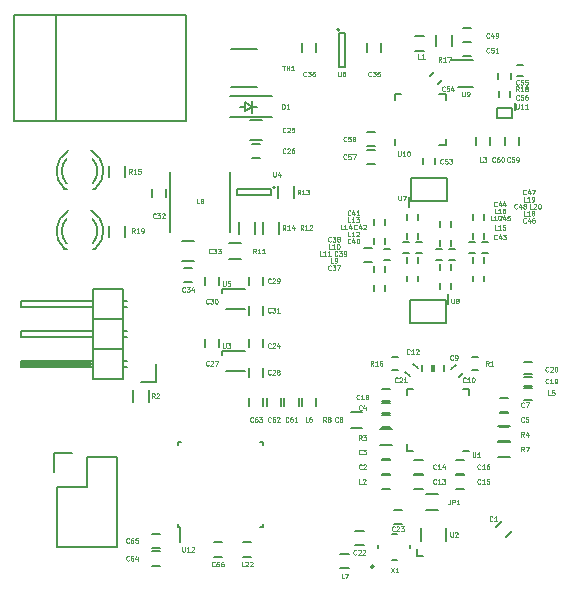
<source format=gbr>
G04 #@! TF.FileFunction,Legend,Top*
%FSLAX46Y46*%
G04 Gerber Fmt 4.6, Leading zero omitted, Abs format (unit mm)*
G04 Created by KiCad (PCBNEW 4.X.X-debug) date Sat Sep 24 21:23:53 2016*
%MOMM*%
%LPD*%
G01*
G04 APERTURE LIST*
%ADD10C,0.100000*%
%ADD11C,0.150000*%
%ADD12C,0.127000*%
G04 APERTURE END LIST*
D10*
D11*
X134800000Y-146500000D02*
X134800000Y-145450000D01*
X132700000Y-145450000D02*
X132700000Y-146500000D01*
X132419040Y-147160780D02*
X132419040Y-147770380D01*
X132419040Y-147770380D02*
X132850840Y-147780540D01*
X108325000Y-134750000D02*
X108325000Y-133750000D01*
X109675000Y-133750000D02*
X109675000Y-134750000D01*
X130250000Y-138425000D02*
X129250000Y-138425000D01*
X129250000Y-137075000D02*
X130250000Y-137075000D01*
X139250000Y-136825000D02*
X140250000Y-136825000D01*
X140250000Y-138175000D02*
X139250000Y-138175000D01*
X126750000Y-135575000D02*
X127750000Y-135575000D01*
X127750000Y-136925000D02*
X126750000Y-136925000D01*
X139250000Y-138075000D02*
X140250000Y-138075000D01*
X140250000Y-139425000D02*
X139250000Y-139425000D01*
X131525000Y-138875000D02*
X131525000Y-138350000D01*
X136775000Y-133625000D02*
X136775000Y-134150000D01*
X131525000Y-133625000D02*
X131525000Y-134150000D01*
X136775000Y-138875000D02*
X136250000Y-138875000D01*
X136775000Y-133625000D02*
X136250000Y-133625000D01*
X131525000Y-133625000D02*
X132050000Y-133625000D01*
X131525000Y-138875000D02*
X132050000Y-138875000D01*
X131700000Y-117375000D02*
X131700000Y-118275000D01*
X134900000Y-117775000D02*
X131900000Y-117775000D01*
X131900000Y-117775000D02*
X131900000Y-115775000D01*
X131900000Y-115775000D02*
X134900000Y-115775000D01*
X134900000Y-115775000D02*
X134900000Y-117775000D01*
X135000000Y-126487033D02*
X135000000Y-125587033D01*
X131800000Y-126087033D02*
X134800000Y-126087033D01*
X134800000Y-126087033D02*
X134800000Y-128087033D01*
X134800000Y-128087033D02*
X131800000Y-128087033D01*
X131800000Y-128087033D02*
X131800000Y-126087033D01*
X117797500Y-109750000D02*
X117416500Y-109750000D01*
X118813500Y-109750000D02*
X118432500Y-109750000D01*
X118432500Y-109750000D02*
X117797500Y-110131000D01*
X117797500Y-110131000D02*
X117797500Y-109369000D01*
X117797500Y-109369000D02*
X118432500Y-109750000D01*
X118432500Y-110258000D02*
X118432500Y-109242000D01*
X120115000Y-108850000D02*
X116575000Y-108850000D01*
X120115000Y-110650000D02*
X116575000Y-110650000D01*
X132850000Y-140850000D02*
X132150000Y-140850000D01*
X132150000Y-139650000D02*
X132850000Y-139650000D01*
X132850000Y-142100000D02*
X132150000Y-142100000D01*
X132150000Y-140900000D02*
X132850000Y-140900000D01*
X129400000Y-135650000D02*
X130100000Y-135650000D01*
X130100000Y-136850000D02*
X129400000Y-136850000D01*
X140100000Y-135600000D02*
X139400000Y-135600000D01*
X139400000Y-134400000D02*
X140100000Y-134400000D01*
X139400000Y-135650000D02*
X140100000Y-135650000D01*
X140100000Y-136850000D02*
X139400000Y-136850000D01*
X129400000Y-134650000D02*
X130100000Y-134650000D01*
X130100000Y-135850000D02*
X129400000Y-135850000D01*
X129400000Y-138400000D02*
X130100000Y-138400000D01*
X130100000Y-139600000D02*
X129400000Y-139600000D01*
X129400000Y-139650000D02*
X130100000Y-139650000D01*
X130100000Y-140850000D02*
X129400000Y-140850000D01*
X119100000Y-114100000D02*
X118400000Y-114100000D01*
X118400000Y-112900000D02*
X119100000Y-112900000D01*
X136950000Y-105500000D02*
X136250000Y-105500000D01*
X136250000Y-104300000D02*
X136950000Y-104300000D01*
X136350000Y-140850000D02*
X135650000Y-140850000D01*
X135650000Y-139650000D02*
X136350000Y-139650000D01*
X136350000Y-142100000D02*
X135650000Y-142100000D01*
X135650000Y-140900000D02*
X136350000Y-140900000D01*
X128850000Y-113100000D02*
X128150000Y-113100000D01*
X128150000Y-111900000D02*
X128850000Y-111900000D01*
X139047919Y-145353553D02*
X139542893Y-144858579D01*
X140391421Y-145707107D02*
X139896447Y-146202081D01*
X128850000Y-114600000D02*
X128150000Y-114600000D01*
X128150000Y-113400000D02*
X128850000Y-113400000D01*
X131100000Y-145100000D02*
X130400000Y-145100000D01*
X130400000Y-143900000D02*
X131100000Y-143900000D01*
X141400000Y-132400000D02*
X142100000Y-132400000D01*
X142100000Y-133600000D02*
X141400000Y-133600000D01*
X130100000Y-134850000D02*
X129400000Y-134850000D01*
X129400000Y-133650000D02*
X130100000Y-133650000D01*
X127850000Y-146850000D02*
X127150000Y-146850000D01*
X127150000Y-145650000D02*
X127850000Y-145650000D01*
X135600000Y-121825000D02*
X135100000Y-121825000D01*
X135100000Y-122775000D02*
X135600000Y-122775000D01*
X135275000Y-119950000D02*
X135275000Y-119450000D01*
X134325000Y-119450000D02*
X134325000Y-119950000D01*
X134325000Y-124650000D02*
X134325000Y-125150000D01*
X135275000Y-125150000D02*
X135275000Y-124650000D01*
X132475000Y-119350000D02*
X132475000Y-118850000D01*
X131525000Y-118850000D02*
X131525000Y-119350000D01*
X131525000Y-124050000D02*
X131525000Y-124550000D01*
X132475000Y-124550000D02*
X132475000Y-124050000D01*
X130050000Y-121825000D02*
X129550000Y-121825000D01*
X129550000Y-122775000D02*
X130050000Y-122775000D01*
X132423743Y-131901992D02*
X132070190Y-131548439D01*
X131398439Y-132220190D02*
X131751992Y-132573743D01*
X128725000Y-119250000D02*
X128725000Y-119750000D01*
X129675000Y-119750000D02*
X129675000Y-119250000D01*
X128725000Y-124850000D02*
X128725000Y-125350000D01*
X129675000Y-125350000D02*
X129675000Y-124850000D01*
X137125000Y-124050000D02*
X137125000Y-124550000D01*
X138075000Y-124550000D02*
X138075000Y-124050000D01*
X138075000Y-119350000D02*
X138075000Y-118850000D01*
X137125000Y-118850000D02*
X137125000Y-119350000D01*
X134159099Y-107812652D02*
X134512652Y-107459099D01*
X133840901Y-106787348D02*
X133487348Y-107140901D01*
X107660000Y-119820000D02*
X107660000Y-120820000D01*
X106310000Y-120820000D02*
X106310000Y-119820000D01*
X135375000Y-103650000D02*
X135375000Y-104650000D01*
X134025000Y-104650000D02*
X134025000Y-103650000D01*
X140325000Y-107400000D02*
X140325000Y-106900000D01*
X139275000Y-106900000D02*
X139275000Y-107400000D01*
X129675000Y-123750000D02*
X129675000Y-123250000D01*
X128725000Y-123250000D02*
X128725000Y-123750000D01*
X128725000Y-120850000D02*
X128725000Y-121350000D01*
X129675000Y-121350000D02*
X129675000Y-120850000D01*
X131200000Y-122175000D02*
X131700000Y-122175000D01*
X131700000Y-121225000D02*
X131200000Y-121225000D01*
X132475000Y-122950000D02*
X132475000Y-122450000D01*
X131525000Y-122450000D02*
X131525000Y-122950000D01*
X132800000Y-121225000D02*
X132300000Y-121225000D01*
X132300000Y-122175000D02*
X132800000Y-122175000D01*
X134000000Y-122775000D02*
X134500000Y-122775000D01*
X134500000Y-121825000D02*
X134000000Y-121825000D01*
X134325000Y-121050000D02*
X134325000Y-121550000D01*
X135275000Y-121550000D02*
X135275000Y-121050000D01*
X135275000Y-123550000D02*
X135275000Y-123050000D01*
X134325000Y-123050000D02*
X134325000Y-123550000D01*
X136800000Y-122175000D02*
X137300000Y-122175000D01*
X137300000Y-121225000D02*
X136800000Y-121225000D01*
X138400000Y-121225000D02*
X137900000Y-121225000D01*
X137900000Y-122175000D02*
X138400000Y-122175000D01*
X138075000Y-122950000D02*
X138075000Y-122450000D01*
X137125000Y-122450000D02*
X137125000Y-122950000D01*
X137125000Y-120450000D02*
X137125000Y-120950000D01*
X138075000Y-120950000D02*
X138075000Y-120450000D01*
X134625000Y-132150000D02*
X134625000Y-131650000D01*
X133675000Y-131650000D02*
X133675000Y-132150000D01*
X135959099Y-132662652D02*
X136312652Y-132309099D01*
X135640901Y-131637348D02*
X135287348Y-131990901D01*
X133775000Y-132150000D02*
X133775000Y-131650000D01*
X132825000Y-131650000D02*
X132825000Y-132150000D01*
X141400000Y-131400000D02*
X142100000Y-131400000D01*
X142100000Y-132600000D02*
X141400000Y-132600000D01*
X123850000Y-104400000D02*
X123850000Y-105100000D01*
X122650000Y-105100000D02*
X122650000Y-104400000D01*
X136950000Y-104300000D02*
X136250000Y-104300000D01*
X136250000Y-103100000D02*
X136950000Y-103100000D01*
X133875000Y-114600000D02*
X133875000Y-114100000D01*
X132925000Y-114100000D02*
X132925000Y-114600000D01*
X140850000Y-107175000D02*
X141350000Y-107175000D01*
X141350000Y-106225000D02*
X140850000Y-106225000D01*
X139325000Y-108450000D02*
X139325000Y-108950000D01*
X140275000Y-108950000D02*
X140275000Y-108450000D01*
X141000000Y-112300000D02*
X141000000Y-113000000D01*
X139800000Y-113000000D02*
X139800000Y-112300000D01*
X139800000Y-112300000D02*
X139800000Y-113000000D01*
X138600000Y-113000000D02*
X138600000Y-112300000D01*
X128600000Y-122900000D02*
X127900000Y-122900000D01*
X127900000Y-121700000D02*
X128600000Y-121700000D01*
X131525000Y-120450000D02*
X131525000Y-120950000D01*
X132475000Y-120950000D02*
X132475000Y-120450000D01*
X110300000Y-133090000D02*
X110300000Y-131540000D01*
X109000000Y-133090000D02*
X110300000Y-133090000D01*
X104809000Y-131667000D02*
X98967000Y-131667000D01*
X98967000Y-131667000D02*
X98967000Y-131413000D01*
X98967000Y-131413000D02*
X104809000Y-131413000D01*
X104809000Y-131413000D02*
X104809000Y-131540000D01*
X104809000Y-131540000D02*
X98967000Y-131540000D01*
X107476000Y-131794000D02*
X107857000Y-131794000D01*
X107476000Y-131286000D02*
X107857000Y-131286000D01*
X107476000Y-129254000D02*
X107857000Y-129254000D01*
X107476000Y-128746000D02*
X107857000Y-128746000D01*
X107476000Y-126714000D02*
X107857000Y-126714000D01*
X107476000Y-126206000D02*
X107857000Y-126206000D01*
X104936000Y-130270000D02*
X104936000Y-132810000D01*
X98840000Y-131286000D02*
X104936000Y-131286000D01*
X98840000Y-131794000D02*
X98840000Y-131286000D01*
X104936000Y-131794000D02*
X98840000Y-131794000D01*
X107476000Y-130270000D02*
X104936000Y-130270000D01*
X107476000Y-132810000D02*
X107476000Y-130270000D01*
X107476000Y-132810000D02*
X104936000Y-132810000D01*
X107476000Y-127730000D02*
X104936000Y-127730000D01*
X107476000Y-127730000D02*
X107476000Y-125190000D01*
X104936000Y-126714000D02*
X98840000Y-126714000D01*
X98840000Y-126714000D02*
X98840000Y-126206000D01*
X98840000Y-126206000D02*
X104936000Y-126206000D01*
X104936000Y-125190000D02*
X104936000Y-127730000D01*
X104936000Y-127730000D02*
X104936000Y-130270000D01*
X98840000Y-128746000D02*
X104936000Y-128746000D01*
X98840000Y-129254000D02*
X98840000Y-128746000D01*
X104936000Y-129254000D02*
X98840000Y-129254000D01*
X107476000Y-127730000D02*
X104936000Y-127730000D01*
X107476000Y-130270000D02*
X107476000Y-127730000D01*
X107476000Y-130270000D02*
X104936000Y-130270000D01*
X107476000Y-125190000D02*
X104936000Y-125190000D01*
X130500000Y-108700000D02*
X131025000Y-108700000D01*
X134800000Y-113000000D02*
X134275000Y-113000000D01*
X134800000Y-108700000D02*
X134275000Y-108700000D01*
X130500000Y-113000000D02*
X130500000Y-112475000D01*
X134800000Y-113000000D02*
X134800000Y-112475000D01*
X134800000Y-108700000D02*
X134800000Y-109225000D01*
X130500000Y-108700000D02*
X130500000Y-109225000D01*
X140650000Y-109450000D02*
X140650000Y-110050000D01*
X140450000Y-109850000D02*
X140450000Y-110750000D01*
X140450000Y-110750000D02*
X139150000Y-110750000D01*
X139150000Y-110750000D02*
X139150000Y-109850000D01*
X139150000Y-109850000D02*
X140450000Y-109850000D01*
X129100000Y-146900000D02*
X129100000Y-147100000D01*
X130700000Y-148100000D02*
X130300000Y-148100000D01*
X131800000Y-146900000D02*
X131800000Y-147100000D01*
X130300000Y-145900000D02*
X130700000Y-145900000D01*
X128750000Y-148700000D02*
G75*
G03X128750000Y-148700000I-150000J0D01*
G01*
D12*
X118800000Y-108050000D02*
X116600000Y-108050000D01*
X116600000Y-104850000D02*
X118800000Y-104850000D01*
D11*
X118150000Y-135100000D02*
X118150000Y-134400000D01*
X119350000Y-134400000D02*
X119350000Y-135100000D01*
X119650000Y-135100000D02*
X119650000Y-134400000D01*
X120850000Y-134400000D02*
X120850000Y-135100000D01*
X125900000Y-147650000D02*
X126600000Y-147650000D01*
X126600000Y-148850000D02*
X125900000Y-148850000D01*
X123800000Y-134400000D02*
X123800000Y-135100000D01*
X122600000Y-135100000D02*
X122600000Y-134400000D01*
X142100000Y-134600000D02*
X141400000Y-134600000D01*
X141400000Y-133400000D02*
X142100000Y-133400000D01*
X129400000Y-140900000D02*
X130100000Y-140900000D01*
X130100000Y-142100000D02*
X129400000Y-142100000D01*
X137350000Y-113000000D02*
X137350000Y-112300000D01*
X138550000Y-112300000D02*
X138550000Y-113000000D01*
X132250000Y-103800000D02*
X132950000Y-103800000D01*
X132950000Y-105000000D02*
X132250000Y-105000000D01*
X120350000Y-116600000D02*
G75*
G03X120350000Y-116600000I-100000J0D01*
G01*
X120000000Y-117250000D02*
X120000000Y-116750000D01*
X117100000Y-117250000D02*
X120000000Y-117250000D01*
X117100000Y-116750000D02*
X117100000Y-117250000D01*
X120000000Y-116750000D02*
X117100000Y-116750000D01*
X125800000Y-103250000D02*
G75*
G03X125800000Y-103250000I-100000J0D01*
G01*
X126250000Y-103500000D02*
X125750000Y-103500000D01*
X126250000Y-106400000D02*
X126250000Y-103500000D01*
X125750000Y-106400000D02*
X126250000Y-106400000D01*
X125750000Y-103500000D02*
X125750000Y-106400000D01*
X117325000Y-120500000D02*
X117325000Y-119500000D01*
X118675000Y-119500000D02*
X118675000Y-120500000D01*
X120575000Y-117500000D02*
X120575000Y-116500000D01*
X121925000Y-116500000D02*
X121925000Y-117500000D01*
X120675000Y-119500000D02*
X120675000Y-120500000D01*
X119325000Y-120500000D02*
X119325000Y-119500000D01*
X116500000Y-121325000D02*
X117500000Y-121325000D01*
X117500000Y-122675000D02*
X116500000Y-122675000D01*
X115900000Y-130450000D02*
X115900000Y-130800000D01*
X117800000Y-130450000D02*
X115900000Y-130450000D01*
X116200000Y-132100000D02*
X117800000Y-132100000D01*
X115900000Y-125200000D02*
X115900000Y-125550000D01*
X117800000Y-125200000D02*
X115900000Y-125200000D01*
X116200000Y-126850000D02*
X117800000Y-126850000D01*
X111460000Y-120340000D02*
X111460000Y-115260000D01*
X116540000Y-120340000D02*
X116540000Y-115260000D01*
X112500000Y-122850000D02*
X113500000Y-122850000D01*
X113500000Y-121150000D02*
X112500000Y-121150000D01*
X118250000Y-112600000D02*
X119250000Y-112600000D01*
X119250000Y-110900000D02*
X118250000Y-110900000D01*
X113350000Y-124600000D02*
X112650000Y-124600000D01*
X112650000Y-123400000D02*
X113350000Y-123400000D01*
X109900000Y-117440000D02*
X109900000Y-116740000D01*
X111100000Y-116740000D02*
X111100000Y-117440000D01*
X119350000Y-126650000D02*
X119350000Y-127350000D01*
X118150000Y-127350000D02*
X118150000Y-126650000D01*
X114400000Y-124850000D02*
X114400000Y-124150000D01*
X115600000Y-124150000D02*
X115600000Y-124850000D01*
X119350000Y-124150000D02*
X119350000Y-124850000D01*
X118150000Y-124850000D02*
X118150000Y-124150000D01*
X119350000Y-131900000D02*
X119350000Y-132600000D01*
X118150000Y-132600000D02*
X118150000Y-131900000D01*
X114400000Y-130100000D02*
X114400000Y-129400000D01*
X115600000Y-129400000D02*
X115600000Y-130100000D01*
X119350000Y-129400000D02*
X119350000Y-130100000D01*
X118150000Y-130100000D02*
X118150000Y-129400000D01*
X129350000Y-104400000D02*
X129350000Y-105100000D01*
X128150000Y-105100000D02*
X128150000Y-104400000D01*
X135850000Y-108100000D02*
X137150000Y-108100000D01*
X135275000Y-105800000D02*
X137150000Y-105800000D01*
X121150000Y-135100000D02*
X121150000Y-134400000D01*
X122350000Y-134400000D02*
X122350000Y-135100000D01*
X110600000Y-148600000D02*
X109900000Y-148600000D01*
X109900000Y-147400000D02*
X110600000Y-147400000D01*
X110600000Y-147100000D02*
X109900000Y-147100000D01*
X109900000Y-145900000D02*
X110600000Y-145900000D01*
X115850000Y-147850000D02*
X115150000Y-147850000D01*
X115150000Y-146650000D02*
X115850000Y-146650000D01*
X133150000Y-142575000D02*
X134150000Y-142575000D01*
X134150000Y-143925000D02*
X133150000Y-143925000D01*
X118350000Y-147850000D02*
X117650000Y-147850000D01*
X117650000Y-146650000D02*
X118350000Y-146650000D01*
X112125000Y-145375000D02*
X112350000Y-145375000D01*
X112125000Y-138125000D02*
X112425000Y-138125000D01*
X119375000Y-138125000D02*
X119075000Y-138125000D01*
X119375000Y-145375000D02*
X119075000Y-145375000D01*
X112125000Y-145375000D02*
X112125000Y-145075000D01*
X119375000Y-145375000D02*
X119375000Y-145075000D01*
X119375000Y-138125000D02*
X119375000Y-138425000D01*
X112125000Y-138125000D02*
X112125000Y-138425000D01*
X112350000Y-145375000D02*
X112350000Y-146600000D01*
X107660000Y-114740000D02*
X107660000Y-115740000D01*
X106310000Y-115740000D02*
X106310000Y-114740000D01*
X101905000Y-141910000D02*
X101905000Y-146990000D01*
X101625000Y-139090000D02*
X103175000Y-139090000D01*
X104445000Y-139370000D02*
X104445000Y-141910000D01*
X104445000Y-141910000D02*
X101905000Y-141910000D01*
X101905000Y-146990000D02*
X106985000Y-146990000D01*
X106985000Y-146990000D02*
X106985000Y-141910000D01*
X101625000Y-139090000D02*
X101625000Y-140640000D01*
X106985000Y-139370000D02*
X104445000Y-139370000D01*
X106985000Y-141910000D02*
X106985000Y-139370000D01*
X105124000Y-116709000D02*
X104924000Y-116709000D01*
X102530000Y-116709000D02*
X102710000Y-116709000D01*
X102840357Y-113481256D02*
G75*
G03X102524000Y-116709000I1003643J-1727744D01*
G01*
X102710932Y-114156994D02*
G75*
G03X102710000Y-116260000I1133068J-1052006D01*
G01*
X105150726Y-116696220D02*
G75*
G03X104804000Y-113459000I-1306726J1497220D01*
G01*
X104923253Y-116222889D02*
G75*
G03X104904000Y-114175000I-1079253J1013889D01*
G01*
X105124000Y-121789000D02*
X104924000Y-121789000D01*
X102530000Y-121789000D02*
X102710000Y-121789000D01*
X102840357Y-118561256D02*
G75*
G03X102524000Y-121789000I1003643J-1727744D01*
G01*
X102710932Y-119236994D02*
G75*
G03X102710000Y-121340000I1133068J-1052006D01*
G01*
X105150726Y-121776220D02*
G75*
G03X104804000Y-118539000I-1306726J1497220D01*
G01*
X104923253Y-121302889D02*
G75*
G03X104904000Y-119255000I-1079253J1013889D01*
G01*
X101799360Y-101999120D02*
X101799360Y-111000880D01*
X98299240Y-101999120D02*
X98299240Y-111000880D01*
X98299240Y-111000880D02*
X112800100Y-111000880D01*
X112800100Y-111000880D02*
X112800100Y-101999120D01*
X112800100Y-101999120D02*
X98299240Y-101999120D01*
X130250000Y-132025000D02*
X130750000Y-132025000D01*
X130750000Y-130975000D02*
X130250000Y-130975000D01*
X137500000Y-130975000D02*
X137000000Y-130975000D01*
X137000000Y-132025000D02*
X137500000Y-132025000D01*
D10*
X135195238Y-145780952D02*
X135195238Y-146104761D01*
X135214285Y-146142857D01*
X135233333Y-146161904D01*
X135271428Y-146180952D01*
X135347619Y-146180952D01*
X135385714Y-146161904D01*
X135404761Y-146142857D01*
X135423809Y-146104761D01*
X135423809Y-145780952D01*
X135595238Y-145819047D02*
X135614285Y-145800000D01*
X135652380Y-145780952D01*
X135747619Y-145780952D01*
X135785714Y-145800000D01*
X135804761Y-145819047D01*
X135823809Y-145857142D01*
X135823809Y-145895238D01*
X135804761Y-145952380D01*
X135576190Y-146180952D01*
X135823809Y-146180952D01*
X110183333Y-134430952D02*
X110050000Y-134240476D01*
X109954761Y-134430952D02*
X109954761Y-134030952D01*
X110107142Y-134030952D01*
X110145238Y-134050000D01*
X110164285Y-134069047D01*
X110183333Y-134107142D01*
X110183333Y-134164285D01*
X110164285Y-134202380D01*
X110145238Y-134221428D01*
X110107142Y-134240476D01*
X109954761Y-134240476D01*
X110335714Y-134069047D02*
X110354761Y-134050000D01*
X110392857Y-134030952D01*
X110488095Y-134030952D01*
X110526190Y-134050000D01*
X110545238Y-134069047D01*
X110564285Y-134107142D01*
X110564285Y-134145238D01*
X110545238Y-134202380D01*
X110316666Y-134430952D01*
X110564285Y-134430952D01*
X127683333Y-137980952D02*
X127550000Y-137790476D01*
X127454761Y-137980952D02*
X127454761Y-137580952D01*
X127607142Y-137580952D01*
X127645238Y-137600000D01*
X127664285Y-137619047D01*
X127683333Y-137657142D01*
X127683333Y-137714285D01*
X127664285Y-137752380D01*
X127645238Y-137771428D01*
X127607142Y-137790476D01*
X127454761Y-137790476D01*
X127816666Y-137580952D02*
X128064285Y-137580952D01*
X127930952Y-137733333D01*
X127988095Y-137733333D01*
X128026190Y-137752380D01*
X128045238Y-137771428D01*
X128064285Y-137809523D01*
X128064285Y-137904761D01*
X128045238Y-137942857D01*
X128026190Y-137961904D01*
X127988095Y-137980952D01*
X127873809Y-137980952D01*
X127835714Y-137961904D01*
X127816666Y-137942857D01*
X141433333Y-137680952D02*
X141300000Y-137490476D01*
X141204761Y-137680952D02*
X141204761Y-137280952D01*
X141357142Y-137280952D01*
X141395238Y-137300000D01*
X141414285Y-137319047D01*
X141433333Y-137357142D01*
X141433333Y-137414285D01*
X141414285Y-137452380D01*
X141395238Y-137471428D01*
X141357142Y-137490476D01*
X141204761Y-137490476D01*
X141776190Y-137414285D02*
X141776190Y-137680952D01*
X141680952Y-137261904D02*
X141585714Y-137547619D01*
X141833333Y-137547619D01*
X124683333Y-136430952D02*
X124550000Y-136240476D01*
X124454761Y-136430952D02*
X124454761Y-136030952D01*
X124607142Y-136030952D01*
X124645238Y-136050000D01*
X124664285Y-136069047D01*
X124683333Y-136107142D01*
X124683333Y-136164285D01*
X124664285Y-136202380D01*
X124645238Y-136221428D01*
X124607142Y-136240476D01*
X124454761Y-136240476D01*
X124911904Y-136202380D02*
X124873809Y-136183333D01*
X124854761Y-136164285D01*
X124835714Y-136126190D01*
X124835714Y-136107142D01*
X124854761Y-136069047D01*
X124873809Y-136050000D01*
X124911904Y-136030952D01*
X124988095Y-136030952D01*
X125026190Y-136050000D01*
X125045238Y-136069047D01*
X125064285Y-136107142D01*
X125064285Y-136126190D01*
X125045238Y-136164285D01*
X125026190Y-136183333D01*
X124988095Y-136202380D01*
X124911904Y-136202380D01*
X124873809Y-136221428D01*
X124854761Y-136240476D01*
X124835714Y-136278571D01*
X124835714Y-136354761D01*
X124854761Y-136392857D01*
X124873809Y-136411904D01*
X124911904Y-136430952D01*
X124988095Y-136430952D01*
X125026190Y-136411904D01*
X125045238Y-136392857D01*
X125064285Y-136354761D01*
X125064285Y-136278571D01*
X125045238Y-136240476D01*
X125026190Y-136221428D01*
X124988095Y-136202380D01*
X141433333Y-138930952D02*
X141300000Y-138740476D01*
X141204761Y-138930952D02*
X141204761Y-138530952D01*
X141357142Y-138530952D01*
X141395238Y-138550000D01*
X141414285Y-138569047D01*
X141433333Y-138607142D01*
X141433333Y-138664285D01*
X141414285Y-138702380D01*
X141395238Y-138721428D01*
X141357142Y-138740476D01*
X141204761Y-138740476D01*
X141566666Y-138530952D02*
X141833333Y-138530952D01*
X141661904Y-138930952D01*
X137095238Y-139030952D02*
X137095238Y-139354761D01*
X137114285Y-139392857D01*
X137133333Y-139411904D01*
X137171428Y-139430952D01*
X137247619Y-139430952D01*
X137285714Y-139411904D01*
X137304761Y-139392857D01*
X137323809Y-139354761D01*
X137323809Y-139030952D01*
X137723809Y-139430952D02*
X137495238Y-139430952D01*
X137609523Y-139430952D02*
X137609523Y-139030952D01*
X137571428Y-139088095D01*
X137533333Y-139126190D01*
X137495238Y-139145238D01*
X130809238Y-117280952D02*
X130809238Y-117604761D01*
X130828285Y-117642857D01*
X130847333Y-117661904D01*
X130885428Y-117680952D01*
X130961619Y-117680952D01*
X130999714Y-117661904D01*
X131018761Y-117642857D01*
X131037809Y-117604761D01*
X131037809Y-117280952D01*
X131190190Y-117280952D02*
X131456857Y-117280952D01*
X131285428Y-117680952D01*
X135281238Y-125992985D02*
X135281238Y-126316794D01*
X135300285Y-126354890D01*
X135319333Y-126373937D01*
X135357428Y-126392985D01*
X135433619Y-126392985D01*
X135471714Y-126373937D01*
X135490761Y-126354890D01*
X135509809Y-126316794D01*
X135509809Y-125992985D01*
X135757428Y-126164413D02*
X135719333Y-126145366D01*
X135700285Y-126126318D01*
X135681238Y-126088223D01*
X135681238Y-126069175D01*
X135700285Y-126031080D01*
X135719333Y-126012033D01*
X135757428Y-125992985D01*
X135833619Y-125992985D01*
X135871714Y-126012033D01*
X135890761Y-126031080D01*
X135909809Y-126069175D01*
X135909809Y-126088223D01*
X135890761Y-126126318D01*
X135871714Y-126145366D01*
X135833619Y-126164413D01*
X135757428Y-126164413D01*
X135719333Y-126183461D01*
X135700285Y-126202509D01*
X135681238Y-126240604D01*
X135681238Y-126316794D01*
X135700285Y-126354890D01*
X135719333Y-126373937D01*
X135757428Y-126392985D01*
X135833619Y-126392985D01*
X135871714Y-126373937D01*
X135890761Y-126354890D01*
X135909809Y-126316794D01*
X135909809Y-126240604D01*
X135890761Y-126202509D01*
X135871714Y-126183461D01*
X135833619Y-126164413D01*
X120954761Y-109930952D02*
X120954761Y-109530952D01*
X121050000Y-109530952D01*
X121107142Y-109550000D01*
X121145238Y-109588095D01*
X121164285Y-109626190D01*
X121183333Y-109702380D01*
X121183333Y-109759523D01*
X121164285Y-109835714D01*
X121145238Y-109873809D01*
X121107142Y-109911904D01*
X121050000Y-109930952D01*
X120954761Y-109930952D01*
X121564285Y-109930952D02*
X121335714Y-109930952D01*
X121450000Y-109930952D02*
X121450000Y-109530952D01*
X121411904Y-109588095D01*
X121373809Y-109626190D01*
X121335714Y-109645238D01*
X133992857Y-140392857D02*
X133973809Y-140411904D01*
X133916666Y-140430952D01*
X133878571Y-140430952D01*
X133821428Y-140411904D01*
X133783333Y-140373809D01*
X133764285Y-140335714D01*
X133745238Y-140259523D01*
X133745238Y-140202380D01*
X133764285Y-140126190D01*
X133783333Y-140088095D01*
X133821428Y-140050000D01*
X133878571Y-140030952D01*
X133916666Y-140030952D01*
X133973809Y-140050000D01*
X133992857Y-140069047D01*
X134373809Y-140430952D02*
X134145238Y-140430952D01*
X134259523Y-140430952D02*
X134259523Y-140030952D01*
X134221428Y-140088095D01*
X134183333Y-140126190D01*
X134145238Y-140145238D01*
X134716666Y-140164285D02*
X134716666Y-140430952D01*
X134621428Y-140011904D02*
X134526190Y-140297619D01*
X134773809Y-140297619D01*
X133992857Y-141642857D02*
X133973809Y-141661904D01*
X133916666Y-141680952D01*
X133878571Y-141680952D01*
X133821428Y-141661904D01*
X133783333Y-141623809D01*
X133764285Y-141585714D01*
X133745238Y-141509523D01*
X133745238Y-141452380D01*
X133764285Y-141376190D01*
X133783333Y-141338095D01*
X133821428Y-141300000D01*
X133878571Y-141280952D01*
X133916666Y-141280952D01*
X133973809Y-141300000D01*
X133992857Y-141319047D01*
X134373809Y-141680952D02*
X134145238Y-141680952D01*
X134259523Y-141680952D02*
X134259523Y-141280952D01*
X134221428Y-141338095D01*
X134183333Y-141376190D01*
X134145238Y-141395238D01*
X134507142Y-141280952D02*
X134754761Y-141280952D01*
X134621428Y-141433333D01*
X134678571Y-141433333D01*
X134716666Y-141452380D01*
X134735714Y-141471428D01*
X134754761Y-141509523D01*
X134754761Y-141604761D01*
X134735714Y-141642857D01*
X134716666Y-141661904D01*
X134678571Y-141680952D01*
X134564285Y-141680952D01*
X134526190Y-141661904D01*
X134507142Y-141642857D01*
X125683333Y-136392857D02*
X125664285Y-136411904D01*
X125607142Y-136430952D01*
X125569047Y-136430952D01*
X125511904Y-136411904D01*
X125473809Y-136373809D01*
X125454761Y-136335714D01*
X125435714Y-136259523D01*
X125435714Y-136202380D01*
X125454761Y-136126190D01*
X125473809Y-136088095D01*
X125511904Y-136050000D01*
X125569047Y-136030952D01*
X125607142Y-136030952D01*
X125664285Y-136050000D01*
X125683333Y-136069047D01*
X125911904Y-136202380D02*
X125873809Y-136183333D01*
X125854761Y-136164285D01*
X125835714Y-136126190D01*
X125835714Y-136107142D01*
X125854761Y-136069047D01*
X125873809Y-136050000D01*
X125911904Y-136030952D01*
X125988095Y-136030952D01*
X126026190Y-136050000D01*
X126045238Y-136069047D01*
X126064285Y-136107142D01*
X126064285Y-136126190D01*
X126045238Y-136164285D01*
X126026190Y-136183333D01*
X125988095Y-136202380D01*
X125911904Y-136202380D01*
X125873809Y-136221428D01*
X125854761Y-136240476D01*
X125835714Y-136278571D01*
X125835714Y-136354761D01*
X125854761Y-136392857D01*
X125873809Y-136411904D01*
X125911904Y-136430952D01*
X125988095Y-136430952D01*
X126026190Y-136411904D01*
X126045238Y-136392857D01*
X126064285Y-136354761D01*
X126064285Y-136278571D01*
X126045238Y-136240476D01*
X126026190Y-136221428D01*
X125988095Y-136202380D01*
X141433333Y-135142857D02*
X141414285Y-135161904D01*
X141357142Y-135180952D01*
X141319047Y-135180952D01*
X141261904Y-135161904D01*
X141223809Y-135123809D01*
X141204761Y-135085714D01*
X141185714Y-135009523D01*
X141185714Y-134952380D01*
X141204761Y-134876190D01*
X141223809Y-134838095D01*
X141261904Y-134800000D01*
X141319047Y-134780952D01*
X141357142Y-134780952D01*
X141414285Y-134800000D01*
X141433333Y-134819047D01*
X141566666Y-134780952D02*
X141833333Y-134780952D01*
X141661904Y-135180952D01*
X141433333Y-136392857D02*
X141414285Y-136411904D01*
X141357142Y-136430952D01*
X141319047Y-136430952D01*
X141261904Y-136411904D01*
X141223809Y-136373809D01*
X141204761Y-136335714D01*
X141185714Y-136259523D01*
X141185714Y-136202380D01*
X141204761Y-136126190D01*
X141223809Y-136088095D01*
X141261904Y-136050000D01*
X141319047Y-136030952D01*
X141357142Y-136030952D01*
X141414285Y-136050000D01*
X141433333Y-136069047D01*
X141795238Y-136030952D02*
X141604761Y-136030952D01*
X141585714Y-136221428D01*
X141604761Y-136202380D01*
X141642857Y-136183333D01*
X141738095Y-136183333D01*
X141776190Y-136202380D01*
X141795238Y-136221428D01*
X141814285Y-136259523D01*
X141814285Y-136354761D01*
X141795238Y-136392857D01*
X141776190Y-136411904D01*
X141738095Y-136430952D01*
X141642857Y-136430952D01*
X141604761Y-136411904D01*
X141585714Y-136392857D01*
X127683333Y-135392857D02*
X127664285Y-135411904D01*
X127607142Y-135430952D01*
X127569047Y-135430952D01*
X127511904Y-135411904D01*
X127473809Y-135373809D01*
X127454761Y-135335714D01*
X127435714Y-135259523D01*
X127435714Y-135202380D01*
X127454761Y-135126190D01*
X127473809Y-135088095D01*
X127511904Y-135050000D01*
X127569047Y-135030952D01*
X127607142Y-135030952D01*
X127664285Y-135050000D01*
X127683333Y-135069047D01*
X128026190Y-135164285D02*
X128026190Y-135430952D01*
X127930952Y-135011904D02*
X127835714Y-135297619D01*
X128083333Y-135297619D01*
X127683333Y-139142857D02*
X127664285Y-139161904D01*
X127607142Y-139180952D01*
X127569047Y-139180952D01*
X127511904Y-139161904D01*
X127473809Y-139123809D01*
X127454761Y-139085714D01*
X127435714Y-139009523D01*
X127435714Y-138952380D01*
X127454761Y-138876190D01*
X127473809Y-138838095D01*
X127511904Y-138800000D01*
X127569047Y-138780952D01*
X127607142Y-138780952D01*
X127664285Y-138800000D01*
X127683333Y-138819047D01*
X127816666Y-138780952D02*
X128064285Y-138780952D01*
X127930952Y-138933333D01*
X127988095Y-138933333D01*
X128026190Y-138952380D01*
X128045238Y-138971428D01*
X128064285Y-139009523D01*
X128064285Y-139104761D01*
X128045238Y-139142857D01*
X128026190Y-139161904D01*
X127988095Y-139180952D01*
X127873809Y-139180952D01*
X127835714Y-139161904D01*
X127816666Y-139142857D01*
X127683333Y-140392857D02*
X127664285Y-140411904D01*
X127607142Y-140430952D01*
X127569047Y-140430952D01*
X127511904Y-140411904D01*
X127473809Y-140373809D01*
X127454761Y-140335714D01*
X127435714Y-140259523D01*
X127435714Y-140202380D01*
X127454761Y-140126190D01*
X127473809Y-140088095D01*
X127511904Y-140050000D01*
X127569047Y-140030952D01*
X127607142Y-140030952D01*
X127664285Y-140050000D01*
X127683333Y-140069047D01*
X127835714Y-140069047D02*
X127854761Y-140050000D01*
X127892857Y-140030952D01*
X127988095Y-140030952D01*
X128026190Y-140050000D01*
X128045238Y-140069047D01*
X128064285Y-140107142D01*
X128064285Y-140145238D01*
X128045238Y-140202380D01*
X127816666Y-140430952D01*
X128064285Y-140430952D01*
X121242857Y-113642857D02*
X121223809Y-113661904D01*
X121166666Y-113680952D01*
X121128571Y-113680952D01*
X121071428Y-113661904D01*
X121033333Y-113623809D01*
X121014285Y-113585714D01*
X120995238Y-113509523D01*
X120995238Y-113452380D01*
X121014285Y-113376190D01*
X121033333Y-113338095D01*
X121071428Y-113300000D01*
X121128571Y-113280952D01*
X121166666Y-113280952D01*
X121223809Y-113300000D01*
X121242857Y-113319047D01*
X121395238Y-113319047D02*
X121414285Y-113300000D01*
X121452380Y-113280952D01*
X121547619Y-113280952D01*
X121585714Y-113300000D01*
X121604761Y-113319047D01*
X121623809Y-113357142D01*
X121623809Y-113395238D01*
X121604761Y-113452380D01*
X121376190Y-113680952D01*
X121623809Y-113680952D01*
X121966666Y-113280952D02*
X121890476Y-113280952D01*
X121852380Y-113300000D01*
X121833333Y-113319047D01*
X121795238Y-113376190D01*
X121776190Y-113452380D01*
X121776190Y-113604761D01*
X121795238Y-113642857D01*
X121814285Y-113661904D01*
X121852380Y-113680952D01*
X121928571Y-113680952D01*
X121966666Y-113661904D01*
X121985714Y-113642857D01*
X122004761Y-113604761D01*
X122004761Y-113509523D01*
X121985714Y-113471428D01*
X121966666Y-113452380D01*
X121928571Y-113433333D01*
X121852380Y-113433333D01*
X121814285Y-113452380D01*
X121795238Y-113471428D01*
X121776190Y-113509523D01*
X138492857Y-105142857D02*
X138473809Y-105161904D01*
X138416666Y-105180952D01*
X138378571Y-105180952D01*
X138321428Y-105161904D01*
X138283333Y-105123809D01*
X138264285Y-105085714D01*
X138245238Y-105009523D01*
X138245238Y-104952380D01*
X138264285Y-104876190D01*
X138283333Y-104838095D01*
X138321428Y-104800000D01*
X138378571Y-104780952D01*
X138416666Y-104780952D01*
X138473809Y-104800000D01*
X138492857Y-104819047D01*
X138854761Y-104780952D02*
X138664285Y-104780952D01*
X138645238Y-104971428D01*
X138664285Y-104952380D01*
X138702380Y-104933333D01*
X138797619Y-104933333D01*
X138835714Y-104952380D01*
X138854761Y-104971428D01*
X138873809Y-105009523D01*
X138873809Y-105104761D01*
X138854761Y-105142857D01*
X138835714Y-105161904D01*
X138797619Y-105180952D01*
X138702380Y-105180952D01*
X138664285Y-105161904D01*
X138645238Y-105142857D01*
X139254761Y-105180952D02*
X139026190Y-105180952D01*
X139140476Y-105180952D02*
X139140476Y-104780952D01*
X139102380Y-104838095D01*
X139064285Y-104876190D01*
X139026190Y-104895238D01*
X137742857Y-140392857D02*
X137723809Y-140411904D01*
X137666666Y-140430952D01*
X137628571Y-140430952D01*
X137571428Y-140411904D01*
X137533333Y-140373809D01*
X137514285Y-140335714D01*
X137495238Y-140259523D01*
X137495238Y-140202380D01*
X137514285Y-140126190D01*
X137533333Y-140088095D01*
X137571428Y-140050000D01*
X137628571Y-140030952D01*
X137666666Y-140030952D01*
X137723809Y-140050000D01*
X137742857Y-140069047D01*
X138123809Y-140430952D02*
X137895238Y-140430952D01*
X138009523Y-140430952D02*
X138009523Y-140030952D01*
X137971428Y-140088095D01*
X137933333Y-140126190D01*
X137895238Y-140145238D01*
X138466666Y-140030952D02*
X138390476Y-140030952D01*
X138352380Y-140050000D01*
X138333333Y-140069047D01*
X138295238Y-140126190D01*
X138276190Y-140202380D01*
X138276190Y-140354761D01*
X138295238Y-140392857D01*
X138314285Y-140411904D01*
X138352380Y-140430952D01*
X138428571Y-140430952D01*
X138466666Y-140411904D01*
X138485714Y-140392857D01*
X138504761Y-140354761D01*
X138504761Y-140259523D01*
X138485714Y-140221428D01*
X138466666Y-140202380D01*
X138428571Y-140183333D01*
X138352380Y-140183333D01*
X138314285Y-140202380D01*
X138295238Y-140221428D01*
X138276190Y-140259523D01*
X137742857Y-141642857D02*
X137723809Y-141661904D01*
X137666666Y-141680952D01*
X137628571Y-141680952D01*
X137571428Y-141661904D01*
X137533333Y-141623809D01*
X137514285Y-141585714D01*
X137495238Y-141509523D01*
X137495238Y-141452380D01*
X137514285Y-141376190D01*
X137533333Y-141338095D01*
X137571428Y-141300000D01*
X137628571Y-141280952D01*
X137666666Y-141280952D01*
X137723809Y-141300000D01*
X137742857Y-141319047D01*
X138123809Y-141680952D02*
X137895238Y-141680952D01*
X138009523Y-141680952D02*
X138009523Y-141280952D01*
X137971428Y-141338095D01*
X137933333Y-141376190D01*
X137895238Y-141395238D01*
X138485714Y-141280952D02*
X138295238Y-141280952D01*
X138276190Y-141471428D01*
X138295238Y-141452380D01*
X138333333Y-141433333D01*
X138428571Y-141433333D01*
X138466666Y-141452380D01*
X138485714Y-141471428D01*
X138504761Y-141509523D01*
X138504761Y-141604761D01*
X138485714Y-141642857D01*
X138466666Y-141661904D01*
X138428571Y-141680952D01*
X138333333Y-141680952D01*
X138295238Y-141661904D01*
X138276190Y-141642857D01*
X126392857Y-112642857D02*
X126373809Y-112661904D01*
X126316666Y-112680952D01*
X126278571Y-112680952D01*
X126221428Y-112661904D01*
X126183333Y-112623809D01*
X126164285Y-112585714D01*
X126145238Y-112509523D01*
X126145238Y-112452380D01*
X126164285Y-112376190D01*
X126183333Y-112338095D01*
X126221428Y-112300000D01*
X126278571Y-112280952D01*
X126316666Y-112280952D01*
X126373809Y-112300000D01*
X126392857Y-112319047D01*
X126754761Y-112280952D02*
X126564285Y-112280952D01*
X126545238Y-112471428D01*
X126564285Y-112452380D01*
X126602380Y-112433333D01*
X126697619Y-112433333D01*
X126735714Y-112452380D01*
X126754761Y-112471428D01*
X126773809Y-112509523D01*
X126773809Y-112604761D01*
X126754761Y-112642857D01*
X126735714Y-112661904D01*
X126697619Y-112680952D01*
X126602380Y-112680952D01*
X126564285Y-112661904D01*
X126545238Y-112642857D01*
X127002380Y-112452380D02*
X126964285Y-112433333D01*
X126945238Y-112414285D01*
X126926190Y-112376190D01*
X126926190Y-112357142D01*
X126945238Y-112319047D01*
X126964285Y-112300000D01*
X127002380Y-112280952D01*
X127078571Y-112280952D01*
X127116666Y-112300000D01*
X127135714Y-112319047D01*
X127154761Y-112357142D01*
X127154761Y-112376190D01*
X127135714Y-112414285D01*
X127116666Y-112433333D01*
X127078571Y-112452380D01*
X127002380Y-112452380D01*
X126964285Y-112471428D01*
X126945238Y-112490476D01*
X126926190Y-112528571D01*
X126926190Y-112604761D01*
X126945238Y-112642857D01*
X126964285Y-112661904D01*
X127002380Y-112680952D01*
X127078571Y-112680952D01*
X127116666Y-112661904D01*
X127135714Y-112642857D01*
X127154761Y-112604761D01*
X127154761Y-112528571D01*
X127135714Y-112490476D01*
X127116666Y-112471428D01*
X127078571Y-112452380D01*
X138769120Y-144789304D02*
X138750072Y-144808351D01*
X138692929Y-144827399D01*
X138654834Y-144827399D01*
X138597691Y-144808351D01*
X138559596Y-144770256D01*
X138540548Y-144732161D01*
X138521501Y-144655970D01*
X138521501Y-144598827D01*
X138540548Y-144522637D01*
X138559596Y-144484542D01*
X138597691Y-144446447D01*
X138654834Y-144427399D01*
X138692929Y-144427399D01*
X138750072Y-144446447D01*
X138769120Y-144465494D01*
X139150072Y-144827399D02*
X138921501Y-144827399D01*
X139035787Y-144827399D02*
X139035787Y-144427399D01*
X138997691Y-144484542D01*
X138959596Y-144522637D01*
X138921501Y-144541685D01*
X126392857Y-114142857D02*
X126373809Y-114161904D01*
X126316666Y-114180952D01*
X126278571Y-114180952D01*
X126221428Y-114161904D01*
X126183333Y-114123809D01*
X126164285Y-114085714D01*
X126145238Y-114009523D01*
X126145238Y-113952380D01*
X126164285Y-113876190D01*
X126183333Y-113838095D01*
X126221428Y-113800000D01*
X126278571Y-113780952D01*
X126316666Y-113780952D01*
X126373809Y-113800000D01*
X126392857Y-113819047D01*
X126754761Y-113780952D02*
X126564285Y-113780952D01*
X126545238Y-113971428D01*
X126564285Y-113952380D01*
X126602380Y-113933333D01*
X126697619Y-113933333D01*
X126735714Y-113952380D01*
X126754761Y-113971428D01*
X126773809Y-114009523D01*
X126773809Y-114104761D01*
X126754761Y-114142857D01*
X126735714Y-114161904D01*
X126697619Y-114180952D01*
X126602380Y-114180952D01*
X126564285Y-114161904D01*
X126545238Y-114142857D01*
X126907142Y-113780952D02*
X127173809Y-113780952D01*
X127002380Y-114180952D01*
X130492857Y-145642857D02*
X130473809Y-145661904D01*
X130416666Y-145680952D01*
X130378571Y-145680952D01*
X130321428Y-145661904D01*
X130283333Y-145623809D01*
X130264285Y-145585714D01*
X130245238Y-145509523D01*
X130245238Y-145452380D01*
X130264285Y-145376190D01*
X130283333Y-145338095D01*
X130321428Y-145300000D01*
X130378571Y-145280952D01*
X130416666Y-145280952D01*
X130473809Y-145300000D01*
X130492857Y-145319047D01*
X130645238Y-145319047D02*
X130664285Y-145300000D01*
X130702380Y-145280952D01*
X130797619Y-145280952D01*
X130835714Y-145300000D01*
X130854761Y-145319047D01*
X130873809Y-145357142D01*
X130873809Y-145395238D01*
X130854761Y-145452380D01*
X130626190Y-145680952D01*
X130873809Y-145680952D01*
X131007142Y-145280952D02*
X131254761Y-145280952D01*
X131121428Y-145433333D01*
X131178571Y-145433333D01*
X131216666Y-145452380D01*
X131235714Y-145471428D01*
X131254761Y-145509523D01*
X131254761Y-145604761D01*
X131235714Y-145642857D01*
X131216666Y-145661904D01*
X131178571Y-145680952D01*
X131064285Y-145680952D01*
X131026190Y-145661904D01*
X131007142Y-145642857D01*
X143492857Y-133142857D02*
X143473809Y-133161904D01*
X143416666Y-133180952D01*
X143378571Y-133180952D01*
X143321428Y-133161904D01*
X143283333Y-133123809D01*
X143264285Y-133085714D01*
X143245238Y-133009523D01*
X143245238Y-132952380D01*
X143264285Y-132876190D01*
X143283333Y-132838095D01*
X143321428Y-132800000D01*
X143378571Y-132780952D01*
X143416666Y-132780952D01*
X143473809Y-132800000D01*
X143492857Y-132819047D01*
X143873809Y-133180952D02*
X143645238Y-133180952D01*
X143759523Y-133180952D02*
X143759523Y-132780952D01*
X143721428Y-132838095D01*
X143683333Y-132876190D01*
X143645238Y-132895238D01*
X144064285Y-133180952D02*
X144140476Y-133180952D01*
X144178571Y-133161904D01*
X144197619Y-133142857D01*
X144235714Y-133085714D01*
X144254761Y-133009523D01*
X144254761Y-132857142D01*
X144235714Y-132819047D01*
X144216666Y-132800000D01*
X144178571Y-132780952D01*
X144102380Y-132780952D01*
X144064285Y-132800000D01*
X144045238Y-132819047D01*
X144026190Y-132857142D01*
X144026190Y-132952380D01*
X144045238Y-132990476D01*
X144064285Y-133009523D01*
X144102380Y-133028571D01*
X144178571Y-133028571D01*
X144216666Y-133009523D01*
X144235714Y-132990476D01*
X144254761Y-132952380D01*
X127492857Y-134492857D02*
X127473809Y-134511904D01*
X127416666Y-134530952D01*
X127378571Y-134530952D01*
X127321428Y-134511904D01*
X127283333Y-134473809D01*
X127264285Y-134435714D01*
X127245238Y-134359523D01*
X127245238Y-134302380D01*
X127264285Y-134226190D01*
X127283333Y-134188095D01*
X127321428Y-134150000D01*
X127378571Y-134130952D01*
X127416666Y-134130952D01*
X127473809Y-134150000D01*
X127492857Y-134169047D01*
X127873809Y-134530952D02*
X127645238Y-134530952D01*
X127759523Y-134530952D02*
X127759523Y-134130952D01*
X127721428Y-134188095D01*
X127683333Y-134226190D01*
X127645238Y-134245238D01*
X128102380Y-134302380D02*
X128064285Y-134283333D01*
X128045238Y-134264285D01*
X128026190Y-134226190D01*
X128026190Y-134207142D01*
X128045238Y-134169047D01*
X128064285Y-134150000D01*
X128102380Y-134130952D01*
X128178571Y-134130952D01*
X128216666Y-134150000D01*
X128235714Y-134169047D01*
X128254761Y-134207142D01*
X128254761Y-134226190D01*
X128235714Y-134264285D01*
X128216666Y-134283333D01*
X128178571Y-134302380D01*
X128102380Y-134302380D01*
X128064285Y-134321428D01*
X128045238Y-134340476D01*
X128026190Y-134378571D01*
X128026190Y-134454761D01*
X128045238Y-134492857D01*
X128064285Y-134511904D01*
X128102380Y-134530952D01*
X128178571Y-134530952D01*
X128216666Y-134511904D01*
X128235714Y-134492857D01*
X128254761Y-134454761D01*
X128254761Y-134378571D01*
X128235714Y-134340476D01*
X128216666Y-134321428D01*
X128178571Y-134302380D01*
X127242857Y-147642857D02*
X127223809Y-147661904D01*
X127166666Y-147680952D01*
X127128571Y-147680952D01*
X127071428Y-147661904D01*
X127033333Y-147623809D01*
X127014285Y-147585714D01*
X126995238Y-147509523D01*
X126995238Y-147452380D01*
X127014285Y-147376190D01*
X127033333Y-147338095D01*
X127071428Y-147300000D01*
X127128571Y-147280952D01*
X127166666Y-147280952D01*
X127223809Y-147300000D01*
X127242857Y-147319047D01*
X127395238Y-147319047D02*
X127414285Y-147300000D01*
X127452380Y-147280952D01*
X127547619Y-147280952D01*
X127585714Y-147300000D01*
X127604761Y-147319047D01*
X127623809Y-147357142D01*
X127623809Y-147395238D01*
X127604761Y-147452380D01*
X127376190Y-147680952D01*
X127623809Y-147680952D01*
X127776190Y-147319047D02*
X127795238Y-147300000D01*
X127833333Y-147280952D01*
X127928571Y-147280952D01*
X127966666Y-147300000D01*
X127985714Y-147319047D01*
X128004761Y-147357142D01*
X128004761Y-147395238D01*
X127985714Y-147452380D01*
X127757142Y-147680952D01*
X128004761Y-147680952D01*
X139492857Y-119342857D02*
X139473809Y-119361904D01*
X139416666Y-119380952D01*
X139378571Y-119380952D01*
X139321428Y-119361904D01*
X139283333Y-119323809D01*
X139264285Y-119285714D01*
X139245238Y-119209523D01*
X139245238Y-119152380D01*
X139264285Y-119076190D01*
X139283333Y-119038095D01*
X139321428Y-119000000D01*
X139378571Y-118980952D01*
X139416666Y-118980952D01*
X139473809Y-119000000D01*
X139492857Y-119019047D01*
X139835714Y-119114285D02*
X139835714Y-119380952D01*
X139740476Y-118961904D02*
X139645238Y-119247619D01*
X139892857Y-119247619D01*
X140235714Y-118980952D02*
X140045238Y-118980952D01*
X140026190Y-119171428D01*
X140045238Y-119152380D01*
X140083333Y-119133333D01*
X140178571Y-119133333D01*
X140216666Y-119152380D01*
X140235714Y-119171428D01*
X140254761Y-119209523D01*
X140254761Y-119304761D01*
X140235714Y-119342857D01*
X140216666Y-119361904D01*
X140178571Y-119380952D01*
X140083333Y-119380952D01*
X140045238Y-119361904D01*
X140026190Y-119342857D01*
X139142857Y-118142857D02*
X139123809Y-118161904D01*
X139066666Y-118180952D01*
X139028571Y-118180952D01*
X138971428Y-118161904D01*
X138933333Y-118123809D01*
X138914285Y-118085714D01*
X138895238Y-118009523D01*
X138895238Y-117952380D01*
X138914285Y-117876190D01*
X138933333Y-117838095D01*
X138971428Y-117800000D01*
X139028571Y-117780952D01*
X139066666Y-117780952D01*
X139123809Y-117800000D01*
X139142857Y-117819047D01*
X139485714Y-117914285D02*
X139485714Y-118180952D01*
X139390476Y-117761904D02*
X139295238Y-118047619D01*
X139542857Y-118047619D01*
X139866666Y-117914285D02*
X139866666Y-118180952D01*
X139771428Y-117761904D02*
X139676190Y-118047619D01*
X139923809Y-118047619D01*
X139142857Y-120942857D02*
X139123809Y-120961904D01*
X139066666Y-120980952D01*
X139028571Y-120980952D01*
X138971428Y-120961904D01*
X138933333Y-120923809D01*
X138914285Y-120885714D01*
X138895238Y-120809523D01*
X138895238Y-120752380D01*
X138914285Y-120676190D01*
X138933333Y-120638095D01*
X138971428Y-120600000D01*
X139028571Y-120580952D01*
X139066666Y-120580952D01*
X139123809Y-120600000D01*
X139142857Y-120619047D01*
X139485714Y-120714285D02*
X139485714Y-120980952D01*
X139390476Y-120561904D02*
X139295238Y-120847619D01*
X139542857Y-120847619D01*
X139657142Y-120580952D02*
X139904761Y-120580952D01*
X139771428Y-120733333D01*
X139828571Y-120733333D01*
X139866666Y-120752380D01*
X139885714Y-120771428D01*
X139904761Y-120809523D01*
X139904761Y-120904761D01*
X139885714Y-120942857D01*
X139866666Y-120961904D01*
X139828571Y-120980952D01*
X139714285Y-120980952D01*
X139676190Y-120961904D01*
X139657142Y-120942857D01*
X126742857Y-118892857D02*
X126723809Y-118911904D01*
X126666666Y-118930952D01*
X126628571Y-118930952D01*
X126571428Y-118911904D01*
X126533333Y-118873809D01*
X126514285Y-118835714D01*
X126495238Y-118759523D01*
X126495238Y-118702380D01*
X126514285Y-118626190D01*
X126533333Y-118588095D01*
X126571428Y-118550000D01*
X126628571Y-118530952D01*
X126666666Y-118530952D01*
X126723809Y-118550000D01*
X126742857Y-118569047D01*
X127085714Y-118664285D02*
X127085714Y-118930952D01*
X126990476Y-118511904D02*
X126895238Y-118797619D01*
X127142857Y-118797619D01*
X127504761Y-118930952D02*
X127276190Y-118930952D01*
X127390476Y-118930952D02*
X127390476Y-118530952D01*
X127352380Y-118588095D01*
X127314285Y-118626190D01*
X127276190Y-118645238D01*
X126742857Y-121292857D02*
X126723809Y-121311904D01*
X126666666Y-121330952D01*
X126628571Y-121330952D01*
X126571428Y-121311904D01*
X126533333Y-121273809D01*
X126514285Y-121235714D01*
X126495238Y-121159523D01*
X126495238Y-121102380D01*
X126514285Y-121026190D01*
X126533333Y-120988095D01*
X126571428Y-120950000D01*
X126628571Y-120930952D01*
X126666666Y-120930952D01*
X126723809Y-120950000D01*
X126742857Y-120969047D01*
X127085714Y-121064285D02*
X127085714Y-121330952D01*
X126990476Y-120911904D02*
X126895238Y-121197619D01*
X127142857Y-121197619D01*
X127371428Y-120930952D02*
X127409523Y-120930952D01*
X127447619Y-120950000D01*
X127466666Y-120969047D01*
X127485714Y-121007142D01*
X127504761Y-121083333D01*
X127504761Y-121178571D01*
X127485714Y-121254761D01*
X127466666Y-121292857D01*
X127447619Y-121311904D01*
X127409523Y-121330952D01*
X127371428Y-121330952D01*
X127333333Y-121311904D01*
X127314285Y-121292857D01*
X127295238Y-121254761D01*
X127276190Y-121178571D01*
X127276190Y-121083333D01*
X127295238Y-121007142D01*
X127314285Y-120969047D01*
X127333333Y-120950000D01*
X127371428Y-120930952D01*
X125642857Y-122342857D02*
X125623809Y-122361904D01*
X125566666Y-122380952D01*
X125528571Y-122380952D01*
X125471428Y-122361904D01*
X125433333Y-122323809D01*
X125414285Y-122285714D01*
X125395238Y-122209523D01*
X125395238Y-122152380D01*
X125414285Y-122076190D01*
X125433333Y-122038095D01*
X125471428Y-122000000D01*
X125528571Y-121980952D01*
X125566666Y-121980952D01*
X125623809Y-122000000D01*
X125642857Y-122019047D01*
X125776190Y-121980952D02*
X126023809Y-121980952D01*
X125890476Y-122133333D01*
X125947619Y-122133333D01*
X125985714Y-122152380D01*
X126004761Y-122171428D01*
X126023809Y-122209523D01*
X126023809Y-122304761D01*
X126004761Y-122342857D01*
X125985714Y-122361904D01*
X125947619Y-122380952D01*
X125833333Y-122380952D01*
X125795238Y-122361904D01*
X125776190Y-122342857D01*
X126214285Y-122380952D02*
X126290476Y-122380952D01*
X126328571Y-122361904D01*
X126347619Y-122342857D01*
X126385714Y-122285714D01*
X126404761Y-122209523D01*
X126404761Y-122057142D01*
X126385714Y-122019047D01*
X126366666Y-122000000D01*
X126328571Y-121980952D01*
X126252380Y-121980952D01*
X126214285Y-122000000D01*
X126195238Y-122019047D01*
X126176190Y-122057142D01*
X126176190Y-122152380D01*
X126195238Y-122190476D01*
X126214285Y-122209523D01*
X126252380Y-122228571D01*
X126328571Y-122228571D01*
X126366666Y-122209523D01*
X126385714Y-122190476D01*
X126404761Y-122152380D01*
X130742857Y-133042857D02*
X130723809Y-133061904D01*
X130666666Y-133080952D01*
X130628571Y-133080952D01*
X130571428Y-133061904D01*
X130533333Y-133023809D01*
X130514285Y-132985714D01*
X130495238Y-132909523D01*
X130495238Y-132852380D01*
X130514285Y-132776190D01*
X130533333Y-132738095D01*
X130571428Y-132700000D01*
X130628571Y-132680952D01*
X130666666Y-132680952D01*
X130723809Y-132700000D01*
X130742857Y-132719047D01*
X130895238Y-132719047D02*
X130914285Y-132700000D01*
X130952380Y-132680952D01*
X131047619Y-132680952D01*
X131085714Y-132700000D01*
X131104761Y-132719047D01*
X131123809Y-132757142D01*
X131123809Y-132795238D01*
X131104761Y-132852380D01*
X130876190Y-133080952D01*
X131123809Y-133080952D01*
X131504761Y-133080952D02*
X131276190Y-133080952D01*
X131390476Y-133080952D02*
X131390476Y-132680952D01*
X131352380Y-132738095D01*
X131314285Y-132776190D01*
X131276190Y-132795238D01*
X125092857Y-121142857D02*
X125073809Y-121161904D01*
X125016666Y-121180952D01*
X124978571Y-121180952D01*
X124921428Y-121161904D01*
X124883333Y-121123809D01*
X124864285Y-121085714D01*
X124845238Y-121009523D01*
X124845238Y-120952380D01*
X124864285Y-120876190D01*
X124883333Y-120838095D01*
X124921428Y-120800000D01*
X124978571Y-120780952D01*
X125016666Y-120780952D01*
X125073809Y-120800000D01*
X125092857Y-120819047D01*
X125226190Y-120780952D02*
X125473809Y-120780952D01*
X125340476Y-120933333D01*
X125397619Y-120933333D01*
X125435714Y-120952380D01*
X125454761Y-120971428D01*
X125473809Y-121009523D01*
X125473809Y-121104761D01*
X125454761Y-121142857D01*
X125435714Y-121161904D01*
X125397619Y-121180952D01*
X125283333Y-121180952D01*
X125245238Y-121161904D01*
X125226190Y-121142857D01*
X125702380Y-120952380D02*
X125664285Y-120933333D01*
X125645238Y-120914285D01*
X125626190Y-120876190D01*
X125626190Y-120857142D01*
X125645238Y-120819047D01*
X125664285Y-120800000D01*
X125702380Y-120780952D01*
X125778571Y-120780952D01*
X125816666Y-120800000D01*
X125835714Y-120819047D01*
X125854761Y-120857142D01*
X125854761Y-120876190D01*
X125835714Y-120914285D01*
X125816666Y-120933333D01*
X125778571Y-120952380D01*
X125702380Y-120952380D01*
X125664285Y-120971428D01*
X125645238Y-120990476D01*
X125626190Y-121028571D01*
X125626190Y-121104761D01*
X125645238Y-121142857D01*
X125664285Y-121161904D01*
X125702380Y-121180952D01*
X125778571Y-121180952D01*
X125816666Y-121161904D01*
X125835714Y-121142857D01*
X125854761Y-121104761D01*
X125854761Y-121028571D01*
X125835714Y-120990476D01*
X125816666Y-120971428D01*
X125778571Y-120952380D01*
X125092857Y-123542857D02*
X125073809Y-123561904D01*
X125016666Y-123580952D01*
X124978571Y-123580952D01*
X124921428Y-123561904D01*
X124883333Y-123523809D01*
X124864285Y-123485714D01*
X124845238Y-123409523D01*
X124845238Y-123352380D01*
X124864285Y-123276190D01*
X124883333Y-123238095D01*
X124921428Y-123200000D01*
X124978571Y-123180952D01*
X125016666Y-123180952D01*
X125073809Y-123200000D01*
X125092857Y-123219047D01*
X125226190Y-123180952D02*
X125473809Y-123180952D01*
X125340476Y-123333333D01*
X125397619Y-123333333D01*
X125435714Y-123352380D01*
X125454761Y-123371428D01*
X125473809Y-123409523D01*
X125473809Y-123504761D01*
X125454761Y-123542857D01*
X125435714Y-123561904D01*
X125397619Y-123580952D01*
X125283333Y-123580952D01*
X125245238Y-123561904D01*
X125226190Y-123542857D01*
X125607142Y-123180952D02*
X125873809Y-123180952D01*
X125702380Y-123580952D01*
X141592857Y-119542857D02*
X141573809Y-119561904D01*
X141516666Y-119580952D01*
X141478571Y-119580952D01*
X141421428Y-119561904D01*
X141383333Y-119523809D01*
X141364285Y-119485714D01*
X141345238Y-119409523D01*
X141345238Y-119352380D01*
X141364285Y-119276190D01*
X141383333Y-119238095D01*
X141421428Y-119200000D01*
X141478571Y-119180952D01*
X141516666Y-119180952D01*
X141573809Y-119200000D01*
X141592857Y-119219047D01*
X141935714Y-119314285D02*
X141935714Y-119580952D01*
X141840476Y-119161904D02*
X141745238Y-119447619D01*
X141992857Y-119447619D01*
X142316666Y-119180952D02*
X142240476Y-119180952D01*
X142202380Y-119200000D01*
X142183333Y-119219047D01*
X142145238Y-119276190D01*
X142126190Y-119352380D01*
X142126190Y-119504761D01*
X142145238Y-119542857D01*
X142164285Y-119561904D01*
X142202380Y-119580952D01*
X142278571Y-119580952D01*
X142316666Y-119561904D01*
X142335714Y-119542857D01*
X142354761Y-119504761D01*
X142354761Y-119409523D01*
X142335714Y-119371428D01*
X142316666Y-119352380D01*
X142278571Y-119333333D01*
X142202380Y-119333333D01*
X142164285Y-119352380D01*
X142145238Y-119371428D01*
X142126190Y-119409523D01*
X141592857Y-117142857D02*
X141573809Y-117161904D01*
X141516666Y-117180952D01*
X141478571Y-117180952D01*
X141421428Y-117161904D01*
X141383333Y-117123809D01*
X141364285Y-117085714D01*
X141345238Y-117009523D01*
X141345238Y-116952380D01*
X141364285Y-116876190D01*
X141383333Y-116838095D01*
X141421428Y-116800000D01*
X141478571Y-116780952D01*
X141516666Y-116780952D01*
X141573809Y-116800000D01*
X141592857Y-116819047D01*
X141935714Y-116914285D02*
X141935714Y-117180952D01*
X141840476Y-116761904D02*
X141745238Y-117047619D01*
X141992857Y-117047619D01*
X142107142Y-116780952D02*
X142373809Y-116780952D01*
X142202380Y-117180952D01*
X134742857Y-108392857D02*
X134723809Y-108411904D01*
X134666666Y-108430952D01*
X134628571Y-108430952D01*
X134571428Y-108411904D01*
X134533333Y-108373809D01*
X134514285Y-108335714D01*
X134495238Y-108259523D01*
X134495238Y-108202380D01*
X134514285Y-108126190D01*
X134533333Y-108088095D01*
X134571428Y-108050000D01*
X134628571Y-108030952D01*
X134666666Y-108030952D01*
X134723809Y-108050000D01*
X134742857Y-108069047D01*
X135104761Y-108030952D02*
X134914285Y-108030952D01*
X134895238Y-108221428D01*
X134914285Y-108202380D01*
X134952380Y-108183333D01*
X135047619Y-108183333D01*
X135085714Y-108202380D01*
X135104761Y-108221428D01*
X135123809Y-108259523D01*
X135123809Y-108354761D01*
X135104761Y-108392857D01*
X135085714Y-108411904D01*
X135047619Y-108430952D01*
X134952380Y-108430952D01*
X134914285Y-108411904D01*
X134895238Y-108392857D01*
X135466666Y-108164285D02*
X135466666Y-108430952D01*
X135371428Y-108011904D02*
X135276190Y-108297619D01*
X135523809Y-108297619D01*
X108492857Y-120430952D02*
X108359523Y-120240476D01*
X108264285Y-120430952D02*
X108264285Y-120030952D01*
X108416666Y-120030952D01*
X108454761Y-120050000D01*
X108473809Y-120069047D01*
X108492857Y-120107142D01*
X108492857Y-120164285D01*
X108473809Y-120202380D01*
X108454761Y-120221428D01*
X108416666Y-120240476D01*
X108264285Y-120240476D01*
X108873809Y-120430952D02*
X108645238Y-120430952D01*
X108759523Y-120430952D02*
X108759523Y-120030952D01*
X108721428Y-120088095D01*
X108683333Y-120126190D01*
X108645238Y-120145238D01*
X109064285Y-120430952D02*
X109140476Y-120430952D01*
X109178571Y-120411904D01*
X109197619Y-120392857D01*
X109235714Y-120335714D01*
X109254761Y-120259523D01*
X109254761Y-120107142D01*
X109235714Y-120069047D01*
X109216666Y-120050000D01*
X109178571Y-120030952D01*
X109102380Y-120030952D01*
X109064285Y-120050000D01*
X109045238Y-120069047D01*
X109026190Y-120107142D01*
X109026190Y-120202380D01*
X109045238Y-120240476D01*
X109064285Y-120259523D01*
X109102380Y-120278571D01*
X109178571Y-120278571D01*
X109216666Y-120259523D01*
X109235714Y-120240476D01*
X109254761Y-120202380D01*
X134442857Y-105930952D02*
X134309523Y-105740476D01*
X134214285Y-105930952D02*
X134214285Y-105530952D01*
X134366666Y-105530952D01*
X134404761Y-105550000D01*
X134423809Y-105569047D01*
X134442857Y-105607142D01*
X134442857Y-105664285D01*
X134423809Y-105702380D01*
X134404761Y-105721428D01*
X134366666Y-105740476D01*
X134214285Y-105740476D01*
X134823809Y-105930952D02*
X134595238Y-105930952D01*
X134709523Y-105930952D02*
X134709523Y-105530952D01*
X134671428Y-105588095D01*
X134633333Y-105626190D01*
X134595238Y-105645238D01*
X134957142Y-105530952D02*
X135223809Y-105530952D01*
X135052380Y-105930952D01*
X140992857Y-108430952D02*
X140859523Y-108240476D01*
X140764285Y-108430952D02*
X140764285Y-108030952D01*
X140916666Y-108030952D01*
X140954761Y-108050000D01*
X140973809Y-108069047D01*
X140992857Y-108107142D01*
X140992857Y-108164285D01*
X140973809Y-108202380D01*
X140954761Y-108221428D01*
X140916666Y-108240476D01*
X140764285Y-108240476D01*
X141373809Y-108430952D02*
X141145238Y-108430952D01*
X141259523Y-108430952D02*
X141259523Y-108030952D01*
X141221428Y-108088095D01*
X141183333Y-108126190D01*
X141145238Y-108145238D01*
X141602380Y-108202380D02*
X141564285Y-108183333D01*
X141545238Y-108164285D01*
X141526190Y-108126190D01*
X141526190Y-108107142D01*
X141545238Y-108069047D01*
X141564285Y-108050000D01*
X141602380Y-108030952D01*
X141678571Y-108030952D01*
X141716666Y-108050000D01*
X141735714Y-108069047D01*
X141754761Y-108107142D01*
X141754761Y-108126190D01*
X141735714Y-108164285D01*
X141716666Y-108183333D01*
X141678571Y-108202380D01*
X141602380Y-108202380D01*
X141564285Y-108221428D01*
X141545238Y-108240476D01*
X141526190Y-108278571D01*
X141526190Y-108354761D01*
X141545238Y-108392857D01*
X141564285Y-108411904D01*
X141602380Y-108430952D01*
X141678571Y-108430952D01*
X141716666Y-108411904D01*
X141735714Y-108392857D01*
X141754761Y-108354761D01*
X141754761Y-108278571D01*
X141735714Y-108240476D01*
X141716666Y-108221428D01*
X141678571Y-108202380D01*
X125283333Y-122980952D02*
X125092857Y-122980952D01*
X125092857Y-122580952D01*
X125435714Y-122980952D02*
X125511904Y-122980952D01*
X125550000Y-122961904D01*
X125569047Y-122942857D01*
X125607142Y-122885714D01*
X125626190Y-122809523D01*
X125626190Y-122657142D01*
X125607142Y-122619047D01*
X125588095Y-122600000D01*
X125550000Y-122580952D01*
X125473809Y-122580952D01*
X125435714Y-122600000D01*
X125416666Y-122619047D01*
X125397619Y-122657142D01*
X125397619Y-122752380D01*
X125416666Y-122790476D01*
X125435714Y-122809523D01*
X125473809Y-122828571D01*
X125550000Y-122828571D01*
X125588095Y-122809523D01*
X125607142Y-122790476D01*
X125626190Y-122752380D01*
X125092857Y-121780952D02*
X124902380Y-121780952D01*
X124902380Y-121380952D01*
X125435714Y-121780952D02*
X125207142Y-121780952D01*
X125321428Y-121780952D02*
X125321428Y-121380952D01*
X125283333Y-121438095D01*
X125245238Y-121476190D01*
X125207142Y-121495238D01*
X125683333Y-121380952D02*
X125721428Y-121380952D01*
X125759523Y-121400000D01*
X125778571Y-121419047D01*
X125797619Y-121457142D01*
X125816666Y-121533333D01*
X125816666Y-121628571D01*
X125797619Y-121704761D01*
X125778571Y-121742857D01*
X125759523Y-121761904D01*
X125721428Y-121780952D01*
X125683333Y-121780952D01*
X125645238Y-121761904D01*
X125626190Y-121742857D01*
X125607142Y-121704761D01*
X125588095Y-121628571D01*
X125588095Y-121533333D01*
X125607142Y-121457142D01*
X125626190Y-121419047D01*
X125645238Y-121400000D01*
X125683333Y-121380952D01*
X126092857Y-120130952D02*
X125902380Y-120130952D01*
X125902380Y-119730952D01*
X126435714Y-120130952D02*
X126207142Y-120130952D01*
X126321428Y-120130952D02*
X126321428Y-119730952D01*
X126283333Y-119788095D01*
X126245238Y-119826190D01*
X126207142Y-119845238D01*
X126778571Y-119864285D02*
X126778571Y-120130952D01*
X126683333Y-119711904D02*
X126588095Y-119997619D01*
X126835714Y-119997619D01*
X126742857Y-120730952D02*
X126552380Y-120730952D01*
X126552380Y-120330952D01*
X127085714Y-120730952D02*
X126857142Y-120730952D01*
X126971428Y-120730952D02*
X126971428Y-120330952D01*
X126933333Y-120388095D01*
X126895238Y-120426190D01*
X126857142Y-120445238D01*
X127238095Y-120369047D02*
X127257142Y-120350000D01*
X127295238Y-120330952D01*
X127390476Y-120330952D01*
X127428571Y-120350000D01*
X127447619Y-120369047D01*
X127466666Y-120407142D01*
X127466666Y-120445238D01*
X127447619Y-120502380D01*
X127219047Y-120730952D01*
X127466666Y-120730952D01*
X127292857Y-120092857D02*
X127273809Y-120111904D01*
X127216666Y-120130952D01*
X127178571Y-120130952D01*
X127121428Y-120111904D01*
X127083333Y-120073809D01*
X127064285Y-120035714D01*
X127045238Y-119959523D01*
X127045238Y-119902380D01*
X127064285Y-119826190D01*
X127083333Y-119788095D01*
X127121428Y-119750000D01*
X127178571Y-119730952D01*
X127216666Y-119730952D01*
X127273809Y-119750000D01*
X127292857Y-119769047D01*
X127635714Y-119864285D02*
X127635714Y-120130952D01*
X127540476Y-119711904D02*
X127445238Y-119997619D01*
X127692857Y-119997619D01*
X127826190Y-119769047D02*
X127845238Y-119750000D01*
X127883333Y-119730952D01*
X127978571Y-119730952D01*
X128016666Y-119750000D01*
X128035714Y-119769047D01*
X128054761Y-119807142D01*
X128054761Y-119845238D01*
X128035714Y-119902380D01*
X127807142Y-120130952D01*
X128054761Y-120130952D01*
X138792857Y-119380952D02*
X138602380Y-119380952D01*
X138602380Y-118980952D01*
X139135714Y-119380952D02*
X138907142Y-119380952D01*
X139021428Y-119380952D02*
X139021428Y-118980952D01*
X138983333Y-119038095D01*
X138945238Y-119076190D01*
X138907142Y-119095238D01*
X139269047Y-118980952D02*
X139535714Y-118980952D01*
X139364285Y-119380952D01*
X139142857Y-118780952D02*
X138952380Y-118780952D01*
X138952380Y-118380952D01*
X139485714Y-118780952D02*
X139257142Y-118780952D01*
X139371428Y-118780952D02*
X139371428Y-118380952D01*
X139333333Y-118438095D01*
X139295238Y-118476190D01*
X139257142Y-118495238D01*
X139828571Y-118380952D02*
X139752380Y-118380952D01*
X139714285Y-118400000D01*
X139695238Y-118419047D01*
X139657142Y-118476190D01*
X139638095Y-118552380D01*
X139638095Y-118704761D01*
X139657142Y-118742857D01*
X139676190Y-118761904D01*
X139714285Y-118780952D01*
X139790476Y-118780952D01*
X139828571Y-118761904D01*
X139847619Y-118742857D01*
X139866666Y-118704761D01*
X139866666Y-118609523D01*
X139847619Y-118571428D01*
X139828571Y-118552380D01*
X139790476Y-118533333D01*
X139714285Y-118533333D01*
X139676190Y-118552380D01*
X139657142Y-118571428D01*
X139638095Y-118609523D01*
X139142857Y-120180952D02*
X138952380Y-120180952D01*
X138952380Y-119780952D01*
X139485714Y-120180952D02*
X139257142Y-120180952D01*
X139371428Y-120180952D02*
X139371428Y-119780952D01*
X139333333Y-119838095D01*
X139295238Y-119876190D01*
X139257142Y-119895238D01*
X139847619Y-119780952D02*
X139657142Y-119780952D01*
X139638095Y-119971428D01*
X139657142Y-119952380D01*
X139695238Y-119933333D01*
X139790476Y-119933333D01*
X139828571Y-119952380D01*
X139847619Y-119971428D01*
X139866666Y-120009523D01*
X139866666Y-120104761D01*
X139847619Y-120142857D01*
X139828571Y-120161904D01*
X139790476Y-120180952D01*
X139695238Y-120180952D01*
X139657142Y-120161904D01*
X139638095Y-120142857D01*
X140842857Y-118342857D02*
X140823809Y-118361904D01*
X140766666Y-118380952D01*
X140728571Y-118380952D01*
X140671428Y-118361904D01*
X140633333Y-118323809D01*
X140614285Y-118285714D01*
X140595238Y-118209523D01*
X140595238Y-118152380D01*
X140614285Y-118076190D01*
X140633333Y-118038095D01*
X140671428Y-118000000D01*
X140728571Y-117980952D01*
X140766666Y-117980952D01*
X140823809Y-118000000D01*
X140842857Y-118019047D01*
X141185714Y-118114285D02*
X141185714Y-118380952D01*
X141090476Y-117961904D02*
X140995238Y-118247619D01*
X141242857Y-118247619D01*
X141452380Y-118152380D02*
X141414285Y-118133333D01*
X141395238Y-118114285D01*
X141376190Y-118076190D01*
X141376190Y-118057142D01*
X141395238Y-118019047D01*
X141414285Y-118000000D01*
X141452380Y-117980952D01*
X141528571Y-117980952D01*
X141566666Y-118000000D01*
X141585714Y-118019047D01*
X141604761Y-118057142D01*
X141604761Y-118076190D01*
X141585714Y-118114285D01*
X141566666Y-118133333D01*
X141528571Y-118152380D01*
X141452380Y-118152380D01*
X141414285Y-118171428D01*
X141395238Y-118190476D01*
X141376190Y-118228571D01*
X141376190Y-118304761D01*
X141395238Y-118342857D01*
X141414285Y-118361904D01*
X141452380Y-118380952D01*
X141528571Y-118380952D01*
X141566666Y-118361904D01*
X141585714Y-118342857D01*
X141604761Y-118304761D01*
X141604761Y-118228571D01*
X141585714Y-118190476D01*
X141566666Y-118171428D01*
X141528571Y-118152380D01*
X142142857Y-118380952D02*
X141952380Y-118380952D01*
X141952380Y-117980952D01*
X142257142Y-118019047D02*
X142276190Y-118000000D01*
X142314285Y-117980952D01*
X142409523Y-117980952D01*
X142447619Y-118000000D01*
X142466666Y-118019047D01*
X142485714Y-118057142D01*
X142485714Y-118095238D01*
X142466666Y-118152380D01*
X142238095Y-118380952D01*
X142485714Y-118380952D01*
X142733333Y-117980952D02*
X142771428Y-117980952D01*
X142809523Y-118000000D01*
X142828571Y-118019047D01*
X142847619Y-118057142D01*
X142866666Y-118133333D01*
X142866666Y-118228571D01*
X142847619Y-118304761D01*
X142828571Y-118342857D01*
X142809523Y-118361904D01*
X142771428Y-118380952D01*
X142733333Y-118380952D01*
X142695238Y-118361904D01*
X142676190Y-118342857D01*
X142657142Y-118304761D01*
X142638095Y-118228571D01*
X142638095Y-118133333D01*
X142657142Y-118057142D01*
X142676190Y-118019047D01*
X142695238Y-118000000D01*
X142733333Y-117980952D01*
X141592857Y-118980952D02*
X141402380Y-118980952D01*
X141402380Y-118580952D01*
X141935714Y-118980952D02*
X141707142Y-118980952D01*
X141821428Y-118980952D02*
X141821428Y-118580952D01*
X141783333Y-118638095D01*
X141745238Y-118676190D01*
X141707142Y-118695238D01*
X142164285Y-118752380D02*
X142126190Y-118733333D01*
X142107142Y-118714285D01*
X142088095Y-118676190D01*
X142088095Y-118657142D01*
X142107142Y-118619047D01*
X142126190Y-118600000D01*
X142164285Y-118580952D01*
X142240476Y-118580952D01*
X142278571Y-118600000D01*
X142297619Y-118619047D01*
X142316666Y-118657142D01*
X142316666Y-118676190D01*
X142297619Y-118714285D01*
X142278571Y-118733333D01*
X142240476Y-118752380D01*
X142164285Y-118752380D01*
X142126190Y-118771428D01*
X142107142Y-118790476D01*
X142088095Y-118828571D01*
X142088095Y-118904761D01*
X142107142Y-118942857D01*
X142126190Y-118961904D01*
X142164285Y-118980952D01*
X142240476Y-118980952D01*
X142278571Y-118961904D01*
X142297619Y-118942857D01*
X142316666Y-118904761D01*
X142316666Y-118828571D01*
X142297619Y-118790476D01*
X142278571Y-118771428D01*
X142240476Y-118752380D01*
X141592857Y-117780952D02*
X141402380Y-117780952D01*
X141402380Y-117380952D01*
X141935714Y-117780952D02*
X141707142Y-117780952D01*
X141821428Y-117780952D02*
X141821428Y-117380952D01*
X141783333Y-117438095D01*
X141745238Y-117476190D01*
X141707142Y-117495238D01*
X142126190Y-117780952D02*
X142202380Y-117780952D01*
X142240476Y-117761904D01*
X142259523Y-117742857D01*
X142297619Y-117685714D01*
X142316666Y-117609523D01*
X142316666Y-117457142D01*
X142297619Y-117419047D01*
X142278571Y-117400000D01*
X142240476Y-117380952D01*
X142164285Y-117380952D01*
X142126190Y-117400000D01*
X142107142Y-117419047D01*
X142088095Y-117457142D01*
X142088095Y-117552380D01*
X142107142Y-117590476D01*
X142126190Y-117609523D01*
X142164285Y-117628571D01*
X142240476Y-117628571D01*
X142278571Y-117609523D01*
X142297619Y-117590476D01*
X142316666Y-117552380D01*
X135433333Y-131142857D02*
X135414285Y-131161904D01*
X135357142Y-131180952D01*
X135319047Y-131180952D01*
X135261904Y-131161904D01*
X135223809Y-131123809D01*
X135204761Y-131085714D01*
X135185714Y-131009523D01*
X135185714Y-130952380D01*
X135204761Y-130876190D01*
X135223809Y-130838095D01*
X135261904Y-130800000D01*
X135319047Y-130780952D01*
X135357142Y-130780952D01*
X135414285Y-130800000D01*
X135433333Y-130819047D01*
X135623809Y-131180952D02*
X135700000Y-131180952D01*
X135738095Y-131161904D01*
X135757142Y-131142857D01*
X135795238Y-131085714D01*
X135814285Y-131009523D01*
X135814285Y-130857142D01*
X135795238Y-130819047D01*
X135776190Y-130800000D01*
X135738095Y-130780952D01*
X135661904Y-130780952D01*
X135623809Y-130800000D01*
X135604761Y-130819047D01*
X135585714Y-130857142D01*
X135585714Y-130952380D01*
X135604761Y-130990476D01*
X135623809Y-131009523D01*
X135661904Y-131028571D01*
X135738095Y-131028571D01*
X135776190Y-131009523D01*
X135795238Y-130990476D01*
X135814285Y-130952380D01*
X136492857Y-133042858D02*
X136473809Y-133061905D01*
X136416666Y-133080953D01*
X136378571Y-133080953D01*
X136321428Y-133061905D01*
X136283333Y-133023810D01*
X136264285Y-132985715D01*
X136245238Y-132909524D01*
X136245238Y-132852381D01*
X136264285Y-132776191D01*
X136283333Y-132738096D01*
X136321428Y-132700001D01*
X136378571Y-132680953D01*
X136416666Y-132680953D01*
X136473809Y-132700001D01*
X136492857Y-132719048D01*
X136873809Y-133080953D02*
X136645238Y-133080953D01*
X136759523Y-133080953D02*
X136759523Y-132680953D01*
X136721428Y-132738096D01*
X136683333Y-132776191D01*
X136645238Y-132795239D01*
X137121428Y-132680953D02*
X137159523Y-132680953D01*
X137197619Y-132700001D01*
X137216666Y-132719048D01*
X137235714Y-132757143D01*
X137254761Y-132833334D01*
X137254761Y-132928572D01*
X137235714Y-133004762D01*
X137216666Y-133042858D01*
X137197619Y-133061905D01*
X137159523Y-133080953D01*
X137121428Y-133080953D01*
X137083333Y-133061905D01*
X137064285Y-133042858D01*
X137045238Y-133004762D01*
X137026190Y-132928572D01*
X137026190Y-132833334D01*
X137045238Y-132757143D01*
X137064285Y-132719048D01*
X137083333Y-132700001D01*
X137121428Y-132680953D01*
X131742857Y-130642857D02*
X131723809Y-130661904D01*
X131666666Y-130680952D01*
X131628571Y-130680952D01*
X131571428Y-130661904D01*
X131533333Y-130623809D01*
X131514285Y-130585714D01*
X131495238Y-130509523D01*
X131495238Y-130452380D01*
X131514285Y-130376190D01*
X131533333Y-130338095D01*
X131571428Y-130300000D01*
X131628571Y-130280952D01*
X131666666Y-130280952D01*
X131723809Y-130300000D01*
X131742857Y-130319047D01*
X132123809Y-130680952D02*
X131895238Y-130680952D01*
X132009523Y-130680952D02*
X132009523Y-130280952D01*
X131971428Y-130338095D01*
X131933333Y-130376190D01*
X131895238Y-130395238D01*
X132276190Y-130319047D02*
X132295238Y-130300000D01*
X132333333Y-130280952D01*
X132428571Y-130280952D01*
X132466666Y-130300000D01*
X132485714Y-130319047D01*
X132504761Y-130357142D01*
X132504761Y-130395238D01*
X132485714Y-130452380D01*
X132257142Y-130680952D01*
X132504761Y-130680952D01*
X143492857Y-132142857D02*
X143473809Y-132161904D01*
X143416666Y-132180952D01*
X143378571Y-132180952D01*
X143321428Y-132161904D01*
X143283333Y-132123809D01*
X143264285Y-132085714D01*
X143245238Y-132009523D01*
X143245238Y-131952380D01*
X143264285Y-131876190D01*
X143283333Y-131838095D01*
X143321428Y-131800000D01*
X143378571Y-131780952D01*
X143416666Y-131780952D01*
X143473809Y-131800000D01*
X143492857Y-131819047D01*
X143645238Y-131819047D02*
X143664285Y-131800000D01*
X143702380Y-131780952D01*
X143797619Y-131780952D01*
X143835714Y-131800000D01*
X143854761Y-131819047D01*
X143873809Y-131857142D01*
X143873809Y-131895238D01*
X143854761Y-131952380D01*
X143626190Y-132180952D01*
X143873809Y-132180952D01*
X144121428Y-131780952D02*
X144159523Y-131780952D01*
X144197619Y-131800000D01*
X144216666Y-131819047D01*
X144235714Y-131857142D01*
X144254761Y-131933333D01*
X144254761Y-132028571D01*
X144235714Y-132104761D01*
X144216666Y-132142857D01*
X144197619Y-132161904D01*
X144159523Y-132180952D01*
X144121428Y-132180952D01*
X144083333Y-132161904D01*
X144064285Y-132142857D01*
X144045238Y-132104761D01*
X144026190Y-132028571D01*
X144026190Y-131933333D01*
X144045238Y-131857142D01*
X144064285Y-131819047D01*
X144083333Y-131800000D01*
X144121428Y-131780952D01*
X122992857Y-107142857D02*
X122973809Y-107161904D01*
X122916666Y-107180952D01*
X122878571Y-107180952D01*
X122821428Y-107161904D01*
X122783333Y-107123809D01*
X122764285Y-107085714D01*
X122745238Y-107009523D01*
X122745238Y-106952380D01*
X122764285Y-106876190D01*
X122783333Y-106838095D01*
X122821428Y-106800000D01*
X122878571Y-106780952D01*
X122916666Y-106780952D01*
X122973809Y-106800000D01*
X122992857Y-106819047D01*
X123126190Y-106780952D02*
X123373809Y-106780952D01*
X123240476Y-106933333D01*
X123297619Y-106933333D01*
X123335714Y-106952380D01*
X123354761Y-106971428D01*
X123373809Y-107009523D01*
X123373809Y-107104761D01*
X123354761Y-107142857D01*
X123335714Y-107161904D01*
X123297619Y-107180952D01*
X123183333Y-107180952D01*
X123145238Y-107161904D01*
X123126190Y-107142857D01*
X123716666Y-106780952D02*
X123640476Y-106780952D01*
X123602380Y-106800000D01*
X123583333Y-106819047D01*
X123545238Y-106876190D01*
X123526190Y-106952380D01*
X123526190Y-107104761D01*
X123545238Y-107142857D01*
X123564285Y-107161904D01*
X123602380Y-107180952D01*
X123678571Y-107180952D01*
X123716666Y-107161904D01*
X123735714Y-107142857D01*
X123754761Y-107104761D01*
X123754761Y-107009523D01*
X123735714Y-106971428D01*
X123716666Y-106952380D01*
X123678571Y-106933333D01*
X123602380Y-106933333D01*
X123564285Y-106952380D01*
X123545238Y-106971428D01*
X123526190Y-107009523D01*
X138492857Y-103892857D02*
X138473809Y-103911904D01*
X138416666Y-103930952D01*
X138378571Y-103930952D01*
X138321428Y-103911904D01*
X138283333Y-103873809D01*
X138264285Y-103835714D01*
X138245238Y-103759523D01*
X138245238Y-103702380D01*
X138264285Y-103626190D01*
X138283333Y-103588095D01*
X138321428Y-103550000D01*
X138378571Y-103530952D01*
X138416666Y-103530952D01*
X138473809Y-103550000D01*
X138492857Y-103569047D01*
X138835714Y-103664285D02*
X138835714Y-103930952D01*
X138740476Y-103511904D02*
X138645238Y-103797619D01*
X138892857Y-103797619D01*
X139064285Y-103930952D02*
X139140476Y-103930952D01*
X139178571Y-103911904D01*
X139197619Y-103892857D01*
X139235714Y-103835714D01*
X139254761Y-103759523D01*
X139254761Y-103607142D01*
X139235714Y-103569047D01*
X139216666Y-103550000D01*
X139178571Y-103530952D01*
X139102380Y-103530952D01*
X139064285Y-103550000D01*
X139045238Y-103569047D01*
X139026190Y-103607142D01*
X139026190Y-103702380D01*
X139045238Y-103740476D01*
X139064285Y-103759523D01*
X139102380Y-103778571D01*
X139178571Y-103778571D01*
X139216666Y-103759523D01*
X139235714Y-103740476D01*
X139254761Y-103702380D01*
X134592857Y-114542857D02*
X134573809Y-114561904D01*
X134516666Y-114580952D01*
X134478571Y-114580952D01*
X134421428Y-114561904D01*
X134383333Y-114523809D01*
X134364285Y-114485714D01*
X134345238Y-114409523D01*
X134345238Y-114352380D01*
X134364285Y-114276190D01*
X134383333Y-114238095D01*
X134421428Y-114200000D01*
X134478571Y-114180952D01*
X134516666Y-114180952D01*
X134573809Y-114200000D01*
X134592857Y-114219047D01*
X134954761Y-114180952D02*
X134764285Y-114180952D01*
X134745238Y-114371428D01*
X134764285Y-114352380D01*
X134802380Y-114333333D01*
X134897619Y-114333333D01*
X134935714Y-114352380D01*
X134954761Y-114371428D01*
X134973809Y-114409523D01*
X134973809Y-114504761D01*
X134954761Y-114542857D01*
X134935714Y-114561904D01*
X134897619Y-114580952D01*
X134802380Y-114580952D01*
X134764285Y-114561904D01*
X134745238Y-114542857D01*
X135107142Y-114180952D02*
X135354761Y-114180952D01*
X135221428Y-114333333D01*
X135278571Y-114333333D01*
X135316666Y-114352380D01*
X135335714Y-114371428D01*
X135354761Y-114409523D01*
X135354761Y-114504761D01*
X135335714Y-114542857D01*
X135316666Y-114561904D01*
X135278571Y-114580952D01*
X135164285Y-114580952D01*
X135126190Y-114561904D01*
X135107142Y-114542857D01*
X140992857Y-107842857D02*
X140973809Y-107861904D01*
X140916666Y-107880952D01*
X140878571Y-107880952D01*
X140821428Y-107861904D01*
X140783333Y-107823809D01*
X140764285Y-107785714D01*
X140745238Y-107709523D01*
X140745238Y-107652380D01*
X140764285Y-107576190D01*
X140783333Y-107538095D01*
X140821428Y-107500000D01*
X140878571Y-107480952D01*
X140916666Y-107480952D01*
X140973809Y-107500000D01*
X140992857Y-107519047D01*
X141354761Y-107480952D02*
X141164285Y-107480952D01*
X141145238Y-107671428D01*
X141164285Y-107652380D01*
X141202380Y-107633333D01*
X141297619Y-107633333D01*
X141335714Y-107652380D01*
X141354761Y-107671428D01*
X141373809Y-107709523D01*
X141373809Y-107804761D01*
X141354761Y-107842857D01*
X141335714Y-107861904D01*
X141297619Y-107880952D01*
X141202380Y-107880952D01*
X141164285Y-107861904D01*
X141145238Y-107842857D01*
X141735714Y-107480952D02*
X141545238Y-107480952D01*
X141526190Y-107671428D01*
X141545238Y-107652380D01*
X141583333Y-107633333D01*
X141678571Y-107633333D01*
X141716666Y-107652380D01*
X141735714Y-107671428D01*
X141754761Y-107709523D01*
X141754761Y-107804761D01*
X141735714Y-107842857D01*
X141716666Y-107861904D01*
X141678571Y-107880952D01*
X141583333Y-107880952D01*
X141545238Y-107861904D01*
X141526190Y-107842857D01*
X140992857Y-109142857D02*
X140973809Y-109161904D01*
X140916666Y-109180952D01*
X140878571Y-109180952D01*
X140821428Y-109161904D01*
X140783333Y-109123809D01*
X140764285Y-109085714D01*
X140745238Y-109009523D01*
X140745238Y-108952380D01*
X140764285Y-108876190D01*
X140783333Y-108838095D01*
X140821428Y-108800000D01*
X140878571Y-108780952D01*
X140916666Y-108780952D01*
X140973809Y-108800000D01*
X140992857Y-108819047D01*
X141354761Y-108780952D02*
X141164285Y-108780952D01*
X141145238Y-108971428D01*
X141164285Y-108952380D01*
X141202380Y-108933333D01*
X141297619Y-108933333D01*
X141335714Y-108952380D01*
X141354761Y-108971428D01*
X141373809Y-109009523D01*
X141373809Y-109104761D01*
X141354761Y-109142857D01*
X141335714Y-109161904D01*
X141297619Y-109180952D01*
X141202380Y-109180952D01*
X141164285Y-109161904D01*
X141145238Y-109142857D01*
X141716666Y-108780952D02*
X141640476Y-108780952D01*
X141602380Y-108800000D01*
X141583333Y-108819047D01*
X141545238Y-108876190D01*
X141526190Y-108952380D01*
X141526190Y-109104761D01*
X141545238Y-109142857D01*
X141564285Y-109161904D01*
X141602380Y-109180952D01*
X141678571Y-109180952D01*
X141716666Y-109161904D01*
X141735714Y-109142857D01*
X141754761Y-109104761D01*
X141754761Y-109009523D01*
X141735714Y-108971428D01*
X141716666Y-108952380D01*
X141678571Y-108933333D01*
X141602380Y-108933333D01*
X141564285Y-108952380D01*
X141545238Y-108971428D01*
X141526190Y-109009523D01*
X140242857Y-114392857D02*
X140223809Y-114411904D01*
X140166666Y-114430952D01*
X140128571Y-114430952D01*
X140071428Y-114411904D01*
X140033333Y-114373809D01*
X140014285Y-114335714D01*
X139995238Y-114259523D01*
X139995238Y-114202380D01*
X140014285Y-114126190D01*
X140033333Y-114088095D01*
X140071428Y-114050000D01*
X140128571Y-114030952D01*
X140166666Y-114030952D01*
X140223809Y-114050000D01*
X140242857Y-114069047D01*
X140604761Y-114030952D02*
X140414285Y-114030952D01*
X140395238Y-114221428D01*
X140414285Y-114202380D01*
X140452380Y-114183333D01*
X140547619Y-114183333D01*
X140585714Y-114202380D01*
X140604761Y-114221428D01*
X140623809Y-114259523D01*
X140623809Y-114354761D01*
X140604761Y-114392857D01*
X140585714Y-114411904D01*
X140547619Y-114430952D01*
X140452380Y-114430952D01*
X140414285Y-114411904D01*
X140395238Y-114392857D01*
X140814285Y-114430952D02*
X140890476Y-114430952D01*
X140928571Y-114411904D01*
X140947619Y-114392857D01*
X140985714Y-114335714D01*
X141004761Y-114259523D01*
X141004761Y-114107142D01*
X140985714Y-114069047D01*
X140966666Y-114050000D01*
X140928571Y-114030952D01*
X140852380Y-114030952D01*
X140814285Y-114050000D01*
X140795238Y-114069047D01*
X140776190Y-114107142D01*
X140776190Y-114202380D01*
X140795238Y-114240476D01*
X140814285Y-114259523D01*
X140852380Y-114278571D01*
X140928571Y-114278571D01*
X140966666Y-114259523D01*
X140985714Y-114240476D01*
X141004761Y-114202380D01*
X138992857Y-114392857D02*
X138973809Y-114411904D01*
X138916666Y-114430952D01*
X138878571Y-114430952D01*
X138821428Y-114411904D01*
X138783333Y-114373809D01*
X138764285Y-114335714D01*
X138745238Y-114259523D01*
X138745238Y-114202380D01*
X138764285Y-114126190D01*
X138783333Y-114088095D01*
X138821428Y-114050000D01*
X138878571Y-114030952D01*
X138916666Y-114030952D01*
X138973809Y-114050000D01*
X138992857Y-114069047D01*
X139335714Y-114030952D02*
X139259523Y-114030952D01*
X139221428Y-114050000D01*
X139202380Y-114069047D01*
X139164285Y-114126190D01*
X139145238Y-114202380D01*
X139145238Y-114354761D01*
X139164285Y-114392857D01*
X139183333Y-114411904D01*
X139221428Y-114430952D01*
X139297619Y-114430952D01*
X139335714Y-114411904D01*
X139354761Y-114392857D01*
X139373809Y-114354761D01*
X139373809Y-114259523D01*
X139354761Y-114221428D01*
X139335714Y-114202380D01*
X139297619Y-114183333D01*
X139221428Y-114183333D01*
X139183333Y-114202380D01*
X139164285Y-114221428D01*
X139145238Y-114259523D01*
X139621428Y-114030952D02*
X139659523Y-114030952D01*
X139697619Y-114050000D01*
X139716666Y-114069047D01*
X139735714Y-114107142D01*
X139754761Y-114183333D01*
X139754761Y-114278571D01*
X139735714Y-114354761D01*
X139716666Y-114392857D01*
X139697619Y-114411904D01*
X139659523Y-114430952D01*
X139621428Y-114430952D01*
X139583333Y-114411904D01*
X139564285Y-114392857D01*
X139545238Y-114354761D01*
X139526190Y-114278571D01*
X139526190Y-114183333D01*
X139545238Y-114107142D01*
X139564285Y-114069047D01*
X139583333Y-114050000D01*
X139621428Y-114030952D01*
X124342857Y-122380952D02*
X124152380Y-122380952D01*
X124152380Y-121980952D01*
X124685714Y-122380952D02*
X124457142Y-122380952D01*
X124571428Y-122380952D02*
X124571428Y-121980952D01*
X124533333Y-122038095D01*
X124495238Y-122076190D01*
X124457142Y-122095238D01*
X125066666Y-122380952D02*
X124838095Y-122380952D01*
X124952380Y-122380952D02*
X124952380Y-121980952D01*
X124914285Y-122038095D01*
X124876190Y-122076190D01*
X124838095Y-122095238D01*
X126742857Y-119530952D02*
X126552380Y-119530952D01*
X126552380Y-119130952D01*
X127085714Y-119530952D02*
X126857142Y-119530952D01*
X126971428Y-119530952D02*
X126971428Y-119130952D01*
X126933333Y-119188095D01*
X126895238Y-119226190D01*
X126857142Y-119245238D01*
X127219047Y-119130952D02*
X127466666Y-119130952D01*
X127333333Y-119283333D01*
X127390476Y-119283333D01*
X127428571Y-119302380D01*
X127447619Y-119321428D01*
X127466666Y-119359523D01*
X127466666Y-119454761D01*
X127447619Y-119492857D01*
X127428571Y-119511904D01*
X127390476Y-119530952D01*
X127276190Y-119530952D01*
X127238095Y-119511904D01*
X127219047Y-119492857D01*
X130754761Y-113530952D02*
X130754761Y-113854761D01*
X130773809Y-113892857D01*
X130792857Y-113911904D01*
X130830952Y-113930952D01*
X130907142Y-113930952D01*
X130945238Y-113911904D01*
X130964285Y-113892857D01*
X130983333Y-113854761D01*
X130983333Y-113530952D01*
X131383333Y-113930952D02*
X131154761Y-113930952D01*
X131269047Y-113930952D02*
X131269047Y-113530952D01*
X131230952Y-113588095D01*
X131192857Y-113626190D01*
X131154761Y-113645238D01*
X131630952Y-113530952D02*
X131669047Y-113530952D01*
X131707142Y-113550000D01*
X131726190Y-113569047D01*
X131745238Y-113607142D01*
X131764285Y-113683333D01*
X131764285Y-113778571D01*
X131745238Y-113854761D01*
X131726190Y-113892857D01*
X131707142Y-113911904D01*
X131669047Y-113930952D01*
X131630952Y-113930952D01*
X131592857Y-113911904D01*
X131573809Y-113892857D01*
X131554761Y-113854761D01*
X131535714Y-113778571D01*
X131535714Y-113683333D01*
X131554761Y-113607142D01*
X131573809Y-113569047D01*
X131592857Y-113550000D01*
X131630952Y-113530952D01*
X140754761Y-109530952D02*
X140754761Y-109854761D01*
X140773809Y-109892857D01*
X140792857Y-109911904D01*
X140830952Y-109930952D01*
X140907142Y-109930952D01*
X140945238Y-109911904D01*
X140964285Y-109892857D01*
X140983333Y-109854761D01*
X140983333Y-109530952D01*
X141383333Y-109930952D02*
X141154761Y-109930952D01*
X141269047Y-109930952D02*
X141269047Y-109530952D01*
X141230952Y-109588095D01*
X141192857Y-109626190D01*
X141154761Y-109645238D01*
X141764285Y-109930952D02*
X141535714Y-109930952D01*
X141650000Y-109930952D02*
X141650000Y-109530952D01*
X141611904Y-109588095D01*
X141573809Y-109626190D01*
X141535714Y-109645238D01*
X130176190Y-148780952D02*
X130442857Y-149180952D01*
X130442857Y-148780952D02*
X130176190Y-149180952D01*
X130804761Y-149180952D02*
X130576190Y-149180952D01*
X130690476Y-149180952D02*
X130690476Y-148780952D01*
X130652380Y-148838095D01*
X130614285Y-148876190D01*
X130576190Y-148895238D01*
X120985714Y-106280952D02*
X121214285Y-106280952D01*
X121100000Y-106680952D02*
X121100000Y-106280952D01*
X121347619Y-106680952D02*
X121347619Y-106280952D01*
X121347619Y-106471428D02*
X121576190Y-106471428D01*
X121576190Y-106680952D02*
X121576190Y-106280952D01*
X121976190Y-106680952D02*
X121747619Y-106680952D01*
X121861904Y-106680952D02*
X121861904Y-106280952D01*
X121823809Y-106338095D01*
X121785714Y-106376190D01*
X121747619Y-106395238D01*
X118492857Y-136392857D02*
X118473809Y-136411904D01*
X118416666Y-136430952D01*
X118378571Y-136430952D01*
X118321428Y-136411904D01*
X118283333Y-136373809D01*
X118264285Y-136335714D01*
X118245238Y-136259523D01*
X118245238Y-136202380D01*
X118264285Y-136126190D01*
X118283333Y-136088095D01*
X118321428Y-136050000D01*
X118378571Y-136030952D01*
X118416666Y-136030952D01*
X118473809Y-136050000D01*
X118492857Y-136069047D01*
X118835714Y-136030952D02*
X118759523Y-136030952D01*
X118721428Y-136050000D01*
X118702380Y-136069047D01*
X118664285Y-136126190D01*
X118645238Y-136202380D01*
X118645238Y-136354761D01*
X118664285Y-136392857D01*
X118683333Y-136411904D01*
X118721428Y-136430952D01*
X118797619Y-136430952D01*
X118835714Y-136411904D01*
X118854761Y-136392857D01*
X118873809Y-136354761D01*
X118873809Y-136259523D01*
X118854761Y-136221428D01*
X118835714Y-136202380D01*
X118797619Y-136183333D01*
X118721428Y-136183333D01*
X118683333Y-136202380D01*
X118664285Y-136221428D01*
X118645238Y-136259523D01*
X119007142Y-136030952D02*
X119254761Y-136030952D01*
X119121428Y-136183333D01*
X119178571Y-136183333D01*
X119216666Y-136202380D01*
X119235714Y-136221428D01*
X119254761Y-136259523D01*
X119254761Y-136354761D01*
X119235714Y-136392857D01*
X119216666Y-136411904D01*
X119178571Y-136430952D01*
X119064285Y-136430952D01*
X119026190Y-136411904D01*
X119007142Y-136392857D01*
X119992857Y-136392857D02*
X119973809Y-136411904D01*
X119916666Y-136430952D01*
X119878571Y-136430952D01*
X119821428Y-136411904D01*
X119783333Y-136373809D01*
X119764285Y-136335714D01*
X119745238Y-136259523D01*
X119745238Y-136202380D01*
X119764285Y-136126190D01*
X119783333Y-136088095D01*
X119821428Y-136050000D01*
X119878571Y-136030952D01*
X119916666Y-136030952D01*
X119973809Y-136050000D01*
X119992857Y-136069047D01*
X120335714Y-136030952D02*
X120259523Y-136030952D01*
X120221428Y-136050000D01*
X120202380Y-136069047D01*
X120164285Y-136126190D01*
X120145238Y-136202380D01*
X120145238Y-136354761D01*
X120164285Y-136392857D01*
X120183333Y-136411904D01*
X120221428Y-136430952D01*
X120297619Y-136430952D01*
X120335714Y-136411904D01*
X120354761Y-136392857D01*
X120373809Y-136354761D01*
X120373809Y-136259523D01*
X120354761Y-136221428D01*
X120335714Y-136202380D01*
X120297619Y-136183333D01*
X120221428Y-136183333D01*
X120183333Y-136202380D01*
X120164285Y-136221428D01*
X120145238Y-136259523D01*
X120526190Y-136069047D02*
X120545238Y-136050000D01*
X120583333Y-136030952D01*
X120678571Y-136030952D01*
X120716666Y-136050000D01*
X120735714Y-136069047D01*
X120754761Y-136107142D01*
X120754761Y-136145238D01*
X120735714Y-136202380D01*
X120507142Y-136430952D01*
X120754761Y-136430952D01*
X126183333Y-149680952D02*
X125992857Y-149680952D01*
X125992857Y-149280952D01*
X126278571Y-149280952D02*
X126545238Y-149280952D01*
X126373809Y-149680952D01*
X123133333Y-136430952D02*
X122942857Y-136430952D01*
X122942857Y-136030952D01*
X123438095Y-136030952D02*
X123361904Y-136030952D01*
X123323809Y-136050000D01*
X123304761Y-136069047D01*
X123266666Y-136126190D01*
X123247619Y-136202380D01*
X123247619Y-136354761D01*
X123266666Y-136392857D01*
X123285714Y-136411904D01*
X123323809Y-136430952D01*
X123400000Y-136430952D01*
X123438095Y-136411904D01*
X123457142Y-136392857D01*
X123476190Y-136354761D01*
X123476190Y-136259523D01*
X123457142Y-136221428D01*
X123438095Y-136202380D01*
X123400000Y-136183333D01*
X123323809Y-136183333D01*
X123285714Y-136202380D01*
X123266666Y-136221428D01*
X123247619Y-136259523D01*
X143683333Y-134180952D02*
X143492857Y-134180952D01*
X143492857Y-133780952D01*
X144007142Y-133780952D02*
X143816666Y-133780952D01*
X143797619Y-133971428D01*
X143816666Y-133952380D01*
X143854761Y-133933333D01*
X143950000Y-133933333D01*
X143988095Y-133952380D01*
X144007142Y-133971428D01*
X144026190Y-134009523D01*
X144026190Y-134104761D01*
X144007142Y-134142857D01*
X143988095Y-134161904D01*
X143950000Y-134180952D01*
X143854761Y-134180952D01*
X143816666Y-134161904D01*
X143797619Y-134142857D01*
X127683333Y-141680952D02*
X127492857Y-141680952D01*
X127492857Y-141280952D01*
X127797619Y-141319047D02*
X127816666Y-141300000D01*
X127854761Y-141280952D01*
X127950000Y-141280952D01*
X127988095Y-141300000D01*
X128007142Y-141319047D01*
X128026190Y-141357142D01*
X128026190Y-141395238D01*
X128007142Y-141452380D01*
X127778571Y-141680952D01*
X128026190Y-141680952D01*
X137883333Y-114430952D02*
X137692857Y-114430952D01*
X137692857Y-114030952D01*
X137978571Y-114030952D02*
X138226190Y-114030952D01*
X138092857Y-114183333D01*
X138150000Y-114183333D01*
X138188095Y-114202380D01*
X138207142Y-114221428D01*
X138226190Y-114259523D01*
X138226190Y-114354761D01*
X138207142Y-114392857D01*
X138188095Y-114411904D01*
X138150000Y-114430952D01*
X138035714Y-114430952D01*
X137997619Y-114411904D01*
X137978571Y-114392857D01*
X132683333Y-105680952D02*
X132492857Y-105680952D01*
X132492857Y-105280952D01*
X133026190Y-105680952D02*
X132797619Y-105680952D01*
X132911904Y-105680952D02*
X132911904Y-105280952D01*
X132873809Y-105338095D01*
X132835714Y-105376190D01*
X132797619Y-105395238D01*
X120195238Y-115280952D02*
X120195238Y-115604761D01*
X120214285Y-115642857D01*
X120233333Y-115661904D01*
X120271428Y-115680952D01*
X120347619Y-115680952D01*
X120385714Y-115661904D01*
X120404761Y-115642857D01*
X120423809Y-115604761D01*
X120423809Y-115280952D01*
X120785714Y-115414285D02*
X120785714Y-115680952D01*
X120690476Y-115261904D02*
X120595238Y-115547619D01*
X120842857Y-115547619D01*
X125695238Y-106780952D02*
X125695238Y-107104761D01*
X125714285Y-107142857D01*
X125733333Y-107161904D01*
X125771428Y-107180952D01*
X125847619Y-107180952D01*
X125885714Y-107161904D01*
X125904761Y-107142857D01*
X125923809Y-107104761D01*
X125923809Y-106780952D01*
X126285714Y-106780952D02*
X126209523Y-106780952D01*
X126171428Y-106800000D01*
X126152380Y-106819047D01*
X126114285Y-106876190D01*
X126095238Y-106952380D01*
X126095238Y-107104761D01*
X126114285Y-107142857D01*
X126133333Y-107161904D01*
X126171428Y-107180952D01*
X126247619Y-107180952D01*
X126285714Y-107161904D01*
X126304761Y-107142857D01*
X126323809Y-107104761D01*
X126323809Y-107009523D01*
X126304761Y-106971428D01*
X126285714Y-106952380D01*
X126247619Y-106933333D01*
X126171428Y-106933333D01*
X126133333Y-106952380D01*
X126114285Y-106971428D01*
X126095238Y-107009523D01*
X121242857Y-120180952D02*
X121109523Y-119990476D01*
X121014285Y-120180952D02*
X121014285Y-119780952D01*
X121166666Y-119780952D01*
X121204761Y-119800000D01*
X121223809Y-119819047D01*
X121242857Y-119857142D01*
X121242857Y-119914285D01*
X121223809Y-119952380D01*
X121204761Y-119971428D01*
X121166666Y-119990476D01*
X121014285Y-119990476D01*
X121623809Y-120180952D02*
X121395238Y-120180952D01*
X121509523Y-120180952D02*
X121509523Y-119780952D01*
X121471428Y-119838095D01*
X121433333Y-119876190D01*
X121395238Y-119895238D01*
X121966666Y-119914285D02*
X121966666Y-120180952D01*
X121871428Y-119761904D02*
X121776190Y-120047619D01*
X122023809Y-120047619D01*
X122492857Y-117180952D02*
X122359523Y-116990476D01*
X122264285Y-117180952D02*
X122264285Y-116780952D01*
X122416666Y-116780952D01*
X122454761Y-116800000D01*
X122473809Y-116819047D01*
X122492857Y-116857142D01*
X122492857Y-116914285D01*
X122473809Y-116952380D01*
X122454761Y-116971428D01*
X122416666Y-116990476D01*
X122264285Y-116990476D01*
X122873809Y-117180952D02*
X122645238Y-117180952D01*
X122759523Y-117180952D02*
X122759523Y-116780952D01*
X122721428Y-116838095D01*
X122683333Y-116876190D01*
X122645238Y-116895238D01*
X123007142Y-116780952D02*
X123254761Y-116780952D01*
X123121428Y-116933333D01*
X123178571Y-116933333D01*
X123216666Y-116952380D01*
X123235714Y-116971428D01*
X123254761Y-117009523D01*
X123254761Y-117104761D01*
X123235714Y-117142857D01*
X123216666Y-117161904D01*
X123178571Y-117180952D01*
X123064285Y-117180952D01*
X123026190Y-117161904D01*
X123007142Y-117142857D01*
X122742857Y-120180952D02*
X122609523Y-119990476D01*
X122514285Y-120180952D02*
X122514285Y-119780952D01*
X122666666Y-119780952D01*
X122704761Y-119800000D01*
X122723809Y-119819047D01*
X122742857Y-119857142D01*
X122742857Y-119914285D01*
X122723809Y-119952380D01*
X122704761Y-119971428D01*
X122666666Y-119990476D01*
X122514285Y-119990476D01*
X123123809Y-120180952D02*
X122895238Y-120180952D01*
X123009523Y-120180952D02*
X123009523Y-119780952D01*
X122971428Y-119838095D01*
X122933333Y-119876190D01*
X122895238Y-119895238D01*
X123276190Y-119819047D02*
X123295238Y-119800000D01*
X123333333Y-119780952D01*
X123428571Y-119780952D01*
X123466666Y-119800000D01*
X123485714Y-119819047D01*
X123504761Y-119857142D01*
X123504761Y-119895238D01*
X123485714Y-119952380D01*
X123257142Y-120180952D01*
X123504761Y-120180952D01*
X118742857Y-122180952D02*
X118609523Y-121990476D01*
X118514285Y-122180952D02*
X118514285Y-121780952D01*
X118666666Y-121780952D01*
X118704761Y-121800000D01*
X118723809Y-121819047D01*
X118742857Y-121857142D01*
X118742857Y-121914285D01*
X118723809Y-121952380D01*
X118704761Y-121971428D01*
X118666666Y-121990476D01*
X118514285Y-121990476D01*
X119123809Y-122180952D02*
X118895238Y-122180952D01*
X119009523Y-122180952D02*
X119009523Y-121780952D01*
X118971428Y-121838095D01*
X118933333Y-121876190D01*
X118895238Y-121895238D01*
X119504761Y-122180952D02*
X119276190Y-122180952D01*
X119390476Y-122180952D02*
X119390476Y-121780952D01*
X119352380Y-121838095D01*
X119314285Y-121876190D01*
X119276190Y-121895238D01*
X115945238Y-129780952D02*
X115945238Y-130104761D01*
X115964285Y-130142857D01*
X115983333Y-130161904D01*
X116021428Y-130180952D01*
X116097619Y-130180952D01*
X116135714Y-130161904D01*
X116154761Y-130142857D01*
X116173809Y-130104761D01*
X116173809Y-129780952D01*
X116326190Y-129780952D02*
X116573809Y-129780952D01*
X116440476Y-129933333D01*
X116497619Y-129933333D01*
X116535714Y-129952380D01*
X116554761Y-129971428D01*
X116573809Y-130009523D01*
X116573809Y-130104761D01*
X116554761Y-130142857D01*
X116535714Y-130161904D01*
X116497619Y-130180952D01*
X116383333Y-130180952D01*
X116345238Y-130161904D01*
X116326190Y-130142857D01*
X115945238Y-124530952D02*
X115945238Y-124854761D01*
X115964285Y-124892857D01*
X115983333Y-124911904D01*
X116021428Y-124930952D01*
X116097619Y-124930952D01*
X116135714Y-124911904D01*
X116154761Y-124892857D01*
X116173809Y-124854761D01*
X116173809Y-124530952D01*
X116554761Y-124530952D02*
X116364285Y-124530952D01*
X116345238Y-124721428D01*
X116364285Y-124702380D01*
X116402380Y-124683333D01*
X116497619Y-124683333D01*
X116535714Y-124702380D01*
X116554761Y-124721428D01*
X116573809Y-124759523D01*
X116573809Y-124854761D01*
X116554761Y-124892857D01*
X116535714Y-124911904D01*
X116497619Y-124930952D01*
X116402380Y-124930952D01*
X116364285Y-124911904D01*
X116345238Y-124892857D01*
X113933333Y-117930952D02*
X113742857Y-117930952D01*
X113742857Y-117530952D01*
X114123809Y-117702380D02*
X114085714Y-117683333D01*
X114066666Y-117664285D01*
X114047619Y-117626190D01*
X114047619Y-117607142D01*
X114066666Y-117569047D01*
X114085714Y-117550000D01*
X114123809Y-117530952D01*
X114200000Y-117530952D01*
X114238095Y-117550000D01*
X114257142Y-117569047D01*
X114276190Y-117607142D01*
X114276190Y-117626190D01*
X114257142Y-117664285D01*
X114238095Y-117683333D01*
X114200000Y-117702380D01*
X114123809Y-117702380D01*
X114085714Y-117721428D01*
X114066666Y-117740476D01*
X114047619Y-117778571D01*
X114047619Y-117854761D01*
X114066666Y-117892857D01*
X114085714Y-117911904D01*
X114123809Y-117930952D01*
X114200000Y-117930952D01*
X114238095Y-117911904D01*
X114257142Y-117892857D01*
X114276190Y-117854761D01*
X114276190Y-117778571D01*
X114257142Y-117740476D01*
X114238095Y-117721428D01*
X114200000Y-117702380D01*
X114992857Y-122142857D02*
X114973809Y-122161904D01*
X114916666Y-122180952D01*
X114878571Y-122180952D01*
X114821428Y-122161904D01*
X114783333Y-122123809D01*
X114764285Y-122085714D01*
X114745238Y-122009523D01*
X114745238Y-121952380D01*
X114764285Y-121876190D01*
X114783333Y-121838095D01*
X114821428Y-121800000D01*
X114878571Y-121780952D01*
X114916666Y-121780952D01*
X114973809Y-121800000D01*
X114992857Y-121819047D01*
X115126190Y-121780952D02*
X115373809Y-121780952D01*
X115240476Y-121933333D01*
X115297619Y-121933333D01*
X115335714Y-121952380D01*
X115354761Y-121971428D01*
X115373809Y-122009523D01*
X115373809Y-122104761D01*
X115354761Y-122142857D01*
X115335714Y-122161904D01*
X115297619Y-122180952D01*
X115183333Y-122180952D01*
X115145238Y-122161904D01*
X115126190Y-122142857D01*
X115507142Y-121780952D02*
X115754761Y-121780952D01*
X115621428Y-121933333D01*
X115678571Y-121933333D01*
X115716666Y-121952380D01*
X115735714Y-121971428D01*
X115754761Y-122009523D01*
X115754761Y-122104761D01*
X115735714Y-122142857D01*
X115716666Y-122161904D01*
X115678571Y-122180952D01*
X115564285Y-122180952D01*
X115526190Y-122161904D01*
X115507142Y-122142857D01*
X121242857Y-111892857D02*
X121223809Y-111911904D01*
X121166666Y-111930952D01*
X121128571Y-111930952D01*
X121071428Y-111911904D01*
X121033333Y-111873809D01*
X121014285Y-111835714D01*
X120995238Y-111759523D01*
X120995238Y-111702380D01*
X121014285Y-111626190D01*
X121033333Y-111588095D01*
X121071428Y-111550000D01*
X121128571Y-111530952D01*
X121166666Y-111530952D01*
X121223809Y-111550000D01*
X121242857Y-111569047D01*
X121395238Y-111569047D02*
X121414285Y-111550000D01*
X121452380Y-111530952D01*
X121547619Y-111530952D01*
X121585714Y-111550000D01*
X121604761Y-111569047D01*
X121623809Y-111607142D01*
X121623809Y-111645238D01*
X121604761Y-111702380D01*
X121376190Y-111930952D01*
X121623809Y-111930952D01*
X121985714Y-111530952D02*
X121795238Y-111530952D01*
X121776190Y-111721428D01*
X121795238Y-111702380D01*
X121833333Y-111683333D01*
X121928571Y-111683333D01*
X121966666Y-111702380D01*
X121985714Y-111721428D01*
X122004761Y-111759523D01*
X122004761Y-111854761D01*
X121985714Y-111892857D01*
X121966666Y-111911904D01*
X121928571Y-111930952D01*
X121833333Y-111930952D01*
X121795238Y-111911904D01*
X121776190Y-111892857D01*
X112742857Y-125392857D02*
X112723809Y-125411904D01*
X112666666Y-125430952D01*
X112628571Y-125430952D01*
X112571428Y-125411904D01*
X112533333Y-125373809D01*
X112514285Y-125335714D01*
X112495238Y-125259523D01*
X112495238Y-125202380D01*
X112514285Y-125126190D01*
X112533333Y-125088095D01*
X112571428Y-125050000D01*
X112628571Y-125030952D01*
X112666666Y-125030952D01*
X112723809Y-125050000D01*
X112742857Y-125069047D01*
X112876190Y-125030952D02*
X113123809Y-125030952D01*
X112990476Y-125183333D01*
X113047619Y-125183333D01*
X113085714Y-125202380D01*
X113104761Y-125221428D01*
X113123809Y-125259523D01*
X113123809Y-125354761D01*
X113104761Y-125392857D01*
X113085714Y-125411904D01*
X113047619Y-125430952D01*
X112933333Y-125430952D01*
X112895238Y-125411904D01*
X112876190Y-125392857D01*
X113466666Y-125164285D02*
X113466666Y-125430952D01*
X113371428Y-125011904D02*
X113276190Y-125297619D01*
X113523809Y-125297619D01*
X110242857Y-119142857D02*
X110223809Y-119161904D01*
X110166666Y-119180952D01*
X110128571Y-119180952D01*
X110071428Y-119161904D01*
X110033333Y-119123809D01*
X110014285Y-119085714D01*
X109995238Y-119009523D01*
X109995238Y-118952380D01*
X110014285Y-118876190D01*
X110033333Y-118838095D01*
X110071428Y-118800000D01*
X110128571Y-118780952D01*
X110166666Y-118780952D01*
X110223809Y-118800000D01*
X110242857Y-118819047D01*
X110376190Y-118780952D02*
X110623809Y-118780952D01*
X110490476Y-118933333D01*
X110547619Y-118933333D01*
X110585714Y-118952380D01*
X110604761Y-118971428D01*
X110623809Y-119009523D01*
X110623809Y-119104761D01*
X110604761Y-119142857D01*
X110585714Y-119161904D01*
X110547619Y-119180952D01*
X110433333Y-119180952D01*
X110395238Y-119161904D01*
X110376190Y-119142857D01*
X110776190Y-118819047D02*
X110795238Y-118800000D01*
X110833333Y-118780952D01*
X110928571Y-118780952D01*
X110966666Y-118800000D01*
X110985714Y-118819047D01*
X111004761Y-118857142D01*
X111004761Y-118895238D01*
X110985714Y-118952380D01*
X110757142Y-119180952D01*
X111004761Y-119180952D01*
X119992857Y-127142857D02*
X119973809Y-127161904D01*
X119916666Y-127180952D01*
X119878571Y-127180952D01*
X119821428Y-127161904D01*
X119783333Y-127123809D01*
X119764285Y-127085714D01*
X119745238Y-127009523D01*
X119745238Y-126952380D01*
X119764285Y-126876190D01*
X119783333Y-126838095D01*
X119821428Y-126800000D01*
X119878571Y-126780952D01*
X119916666Y-126780952D01*
X119973809Y-126800000D01*
X119992857Y-126819047D01*
X120126190Y-126780952D02*
X120373809Y-126780952D01*
X120240476Y-126933333D01*
X120297619Y-126933333D01*
X120335714Y-126952380D01*
X120354761Y-126971428D01*
X120373809Y-127009523D01*
X120373809Y-127104761D01*
X120354761Y-127142857D01*
X120335714Y-127161904D01*
X120297619Y-127180952D01*
X120183333Y-127180952D01*
X120145238Y-127161904D01*
X120126190Y-127142857D01*
X120754761Y-127180952D02*
X120526190Y-127180952D01*
X120640476Y-127180952D02*
X120640476Y-126780952D01*
X120602380Y-126838095D01*
X120564285Y-126876190D01*
X120526190Y-126895238D01*
X114742857Y-126392857D02*
X114723809Y-126411904D01*
X114666666Y-126430952D01*
X114628571Y-126430952D01*
X114571428Y-126411904D01*
X114533333Y-126373809D01*
X114514285Y-126335714D01*
X114495238Y-126259523D01*
X114495238Y-126202380D01*
X114514285Y-126126190D01*
X114533333Y-126088095D01*
X114571428Y-126050000D01*
X114628571Y-126030952D01*
X114666666Y-126030952D01*
X114723809Y-126050000D01*
X114742857Y-126069047D01*
X114876190Y-126030952D02*
X115123809Y-126030952D01*
X114990476Y-126183333D01*
X115047619Y-126183333D01*
X115085714Y-126202380D01*
X115104761Y-126221428D01*
X115123809Y-126259523D01*
X115123809Y-126354761D01*
X115104761Y-126392857D01*
X115085714Y-126411904D01*
X115047619Y-126430952D01*
X114933333Y-126430952D01*
X114895238Y-126411904D01*
X114876190Y-126392857D01*
X115371428Y-126030952D02*
X115409523Y-126030952D01*
X115447619Y-126050000D01*
X115466666Y-126069047D01*
X115485714Y-126107142D01*
X115504761Y-126183333D01*
X115504761Y-126278571D01*
X115485714Y-126354761D01*
X115466666Y-126392857D01*
X115447619Y-126411904D01*
X115409523Y-126430952D01*
X115371428Y-126430952D01*
X115333333Y-126411904D01*
X115314285Y-126392857D01*
X115295238Y-126354761D01*
X115276190Y-126278571D01*
X115276190Y-126183333D01*
X115295238Y-126107142D01*
X115314285Y-126069047D01*
X115333333Y-126050000D01*
X115371428Y-126030952D01*
X119992857Y-124642857D02*
X119973809Y-124661904D01*
X119916666Y-124680952D01*
X119878571Y-124680952D01*
X119821428Y-124661904D01*
X119783333Y-124623809D01*
X119764285Y-124585714D01*
X119745238Y-124509523D01*
X119745238Y-124452380D01*
X119764285Y-124376190D01*
X119783333Y-124338095D01*
X119821428Y-124300000D01*
X119878571Y-124280952D01*
X119916666Y-124280952D01*
X119973809Y-124300000D01*
X119992857Y-124319047D01*
X120145238Y-124319047D02*
X120164285Y-124300000D01*
X120202380Y-124280952D01*
X120297619Y-124280952D01*
X120335714Y-124300000D01*
X120354761Y-124319047D01*
X120373809Y-124357142D01*
X120373809Y-124395238D01*
X120354761Y-124452380D01*
X120126190Y-124680952D01*
X120373809Y-124680952D01*
X120564285Y-124680952D02*
X120640476Y-124680952D01*
X120678571Y-124661904D01*
X120697619Y-124642857D01*
X120735714Y-124585714D01*
X120754761Y-124509523D01*
X120754761Y-124357142D01*
X120735714Y-124319047D01*
X120716666Y-124300000D01*
X120678571Y-124280952D01*
X120602380Y-124280952D01*
X120564285Y-124300000D01*
X120545238Y-124319047D01*
X120526190Y-124357142D01*
X120526190Y-124452380D01*
X120545238Y-124490476D01*
X120564285Y-124509523D01*
X120602380Y-124528571D01*
X120678571Y-124528571D01*
X120716666Y-124509523D01*
X120735714Y-124490476D01*
X120754761Y-124452380D01*
X119992857Y-132392857D02*
X119973809Y-132411904D01*
X119916666Y-132430952D01*
X119878571Y-132430952D01*
X119821428Y-132411904D01*
X119783333Y-132373809D01*
X119764285Y-132335714D01*
X119745238Y-132259523D01*
X119745238Y-132202380D01*
X119764285Y-132126190D01*
X119783333Y-132088095D01*
X119821428Y-132050000D01*
X119878571Y-132030952D01*
X119916666Y-132030952D01*
X119973809Y-132050000D01*
X119992857Y-132069047D01*
X120145238Y-132069047D02*
X120164285Y-132050000D01*
X120202380Y-132030952D01*
X120297619Y-132030952D01*
X120335714Y-132050000D01*
X120354761Y-132069047D01*
X120373809Y-132107142D01*
X120373809Y-132145238D01*
X120354761Y-132202380D01*
X120126190Y-132430952D01*
X120373809Y-132430952D01*
X120602380Y-132202380D02*
X120564285Y-132183333D01*
X120545238Y-132164285D01*
X120526190Y-132126190D01*
X120526190Y-132107142D01*
X120545238Y-132069047D01*
X120564285Y-132050000D01*
X120602380Y-132030952D01*
X120678571Y-132030952D01*
X120716666Y-132050000D01*
X120735714Y-132069047D01*
X120754761Y-132107142D01*
X120754761Y-132126190D01*
X120735714Y-132164285D01*
X120716666Y-132183333D01*
X120678571Y-132202380D01*
X120602380Y-132202380D01*
X120564285Y-132221428D01*
X120545238Y-132240476D01*
X120526190Y-132278571D01*
X120526190Y-132354761D01*
X120545238Y-132392857D01*
X120564285Y-132411904D01*
X120602380Y-132430952D01*
X120678571Y-132430952D01*
X120716666Y-132411904D01*
X120735714Y-132392857D01*
X120754761Y-132354761D01*
X120754761Y-132278571D01*
X120735714Y-132240476D01*
X120716666Y-132221428D01*
X120678571Y-132202380D01*
X114742857Y-131642857D02*
X114723809Y-131661904D01*
X114666666Y-131680952D01*
X114628571Y-131680952D01*
X114571428Y-131661904D01*
X114533333Y-131623809D01*
X114514285Y-131585714D01*
X114495238Y-131509523D01*
X114495238Y-131452380D01*
X114514285Y-131376190D01*
X114533333Y-131338095D01*
X114571428Y-131300000D01*
X114628571Y-131280952D01*
X114666666Y-131280952D01*
X114723809Y-131300000D01*
X114742857Y-131319047D01*
X114895238Y-131319047D02*
X114914285Y-131300000D01*
X114952380Y-131280952D01*
X115047619Y-131280952D01*
X115085714Y-131300000D01*
X115104761Y-131319047D01*
X115123809Y-131357142D01*
X115123809Y-131395238D01*
X115104761Y-131452380D01*
X114876190Y-131680952D01*
X115123809Y-131680952D01*
X115257142Y-131280952D02*
X115523809Y-131280952D01*
X115352380Y-131680952D01*
X119992857Y-130142857D02*
X119973809Y-130161904D01*
X119916666Y-130180952D01*
X119878571Y-130180952D01*
X119821428Y-130161904D01*
X119783333Y-130123809D01*
X119764285Y-130085714D01*
X119745238Y-130009523D01*
X119745238Y-129952380D01*
X119764285Y-129876190D01*
X119783333Y-129838095D01*
X119821428Y-129800000D01*
X119878571Y-129780952D01*
X119916666Y-129780952D01*
X119973809Y-129800000D01*
X119992857Y-129819047D01*
X120145238Y-129819047D02*
X120164285Y-129800000D01*
X120202380Y-129780952D01*
X120297619Y-129780952D01*
X120335714Y-129800000D01*
X120354761Y-129819047D01*
X120373809Y-129857142D01*
X120373809Y-129895238D01*
X120354761Y-129952380D01*
X120126190Y-130180952D01*
X120373809Y-130180952D01*
X120716666Y-129914285D02*
X120716666Y-130180952D01*
X120621428Y-129761904D02*
X120526190Y-130047619D01*
X120773809Y-130047619D01*
X128492857Y-107142857D02*
X128473809Y-107161904D01*
X128416666Y-107180952D01*
X128378571Y-107180952D01*
X128321428Y-107161904D01*
X128283333Y-107123809D01*
X128264285Y-107085714D01*
X128245238Y-107009523D01*
X128245238Y-106952380D01*
X128264285Y-106876190D01*
X128283333Y-106838095D01*
X128321428Y-106800000D01*
X128378571Y-106780952D01*
X128416666Y-106780952D01*
X128473809Y-106800000D01*
X128492857Y-106819047D01*
X128626190Y-106780952D02*
X128873809Y-106780952D01*
X128740476Y-106933333D01*
X128797619Y-106933333D01*
X128835714Y-106952380D01*
X128854761Y-106971428D01*
X128873809Y-107009523D01*
X128873809Y-107104761D01*
X128854761Y-107142857D01*
X128835714Y-107161904D01*
X128797619Y-107180952D01*
X128683333Y-107180952D01*
X128645238Y-107161904D01*
X128626190Y-107142857D01*
X129235714Y-106780952D02*
X129045238Y-106780952D01*
X129026190Y-106971428D01*
X129045238Y-106952380D01*
X129083333Y-106933333D01*
X129178571Y-106933333D01*
X129216666Y-106952380D01*
X129235714Y-106971428D01*
X129254761Y-107009523D01*
X129254761Y-107104761D01*
X129235714Y-107142857D01*
X129216666Y-107161904D01*
X129178571Y-107180952D01*
X129083333Y-107180952D01*
X129045238Y-107161904D01*
X129026190Y-107142857D01*
X136195238Y-108480952D02*
X136195238Y-108804761D01*
X136214285Y-108842857D01*
X136233333Y-108861904D01*
X136271428Y-108880952D01*
X136347619Y-108880952D01*
X136385714Y-108861904D01*
X136404761Y-108842857D01*
X136423809Y-108804761D01*
X136423809Y-108480952D01*
X136633333Y-108880952D02*
X136709523Y-108880952D01*
X136747619Y-108861904D01*
X136766666Y-108842857D01*
X136804761Y-108785714D01*
X136823809Y-108709523D01*
X136823809Y-108557142D01*
X136804761Y-108519047D01*
X136785714Y-108500000D01*
X136747619Y-108480952D01*
X136671428Y-108480952D01*
X136633333Y-108500000D01*
X136614285Y-108519047D01*
X136595238Y-108557142D01*
X136595238Y-108652380D01*
X136614285Y-108690476D01*
X136633333Y-108709523D01*
X136671428Y-108728571D01*
X136747619Y-108728571D01*
X136785714Y-108709523D01*
X136804761Y-108690476D01*
X136823809Y-108652380D01*
X121492857Y-136392857D02*
X121473809Y-136411904D01*
X121416666Y-136430952D01*
X121378571Y-136430952D01*
X121321428Y-136411904D01*
X121283333Y-136373809D01*
X121264285Y-136335714D01*
X121245238Y-136259523D01*
X121245238Y-136202380D01*
X121264285Y-136126190D01*
X121283333Y-136088095D01*
X121321428Y-136050000D01*
X121378571Y-136030952D01*
X121416666Y-136030952D01*
X121473809Y-136050000D01*
X121492857Y-136069047D01*
X121835714Y-136030952D02*
X121759523Y-136030952D01*
X121721428Y-136050000D01*
X121702380Y-136069047D01*
X121664285Y-136126190D01*
X121645238Y-136202380D01*
X121645238Y-136354761D01*
X121664285Y-136392857D01*
X121683333Y-136411904D01*
X121721428Y-136430952D01*
X121797619Y-136430952D01*
X121835714Y-136411904D01*
X121854761Y-136392857D01*
X121873809Y-136354761D01*
X121873809Y-136259523D01*
X121854761Y-136221428D01*
X121835714Y-136202380D01*
X121797619Y-136183333D01*
X121721428Y-136183333D01*
X121683333Y-136202380D01*
X121664285Y-136221428D01*
X121645238Y-136259523D01*
X122254761Y-136430952D02*
X122026190Y-136430952D01*
X122140476Y-136430952D02*
X122140476Y-136030952D01*
X122102380Y-136088095D01*
X122064285Y-136126190D01*
X122026190Y-136145238D01*
X107992857Y-148142857D02*
X107973809Y-148161904D01*
X107916666Y-148180952D01*
X107878571Y-148180952D01*
X107821428Y-148161904D01*
X107783333Y-148123809D01*
X107764285Y-148085714D01*
X107745238Y-148009523D01*
X107745238Y-147952380D01*
X107764285Y-147876190D01*
X107783333Y-147838095D01*
X107821428Y-147800000D01*
X107878571Y-147780952D01*
X107916666Y-147780952D01*
X107973809Y-147800000D01*
X107992857Y-147819047D01*
X108335714Y-147780952D02*
X108259523Y-147780952D01*
X108221428Y-147800000D01*
X108202380Y-147819047D01*
X108164285Y-147876190D01*
X108145238Y-147952380D01*
X108145238Y-148104761D01*
X108164285Y-148142857D01*
X108183333Y-148161904D01*
X108221428Y-148180952D01*
X108297619Y-148180952D01*
X108335714Y-148161904D01*
X108354761Y-148142857D01*
X108373809Y-148104761D01*
X108373809Y-148009523D01*
X108354761Y-147971428D01*
X108335714Y-147952380D01*
X108297619Y-147933333D01*
X108221428Y-147933333D01*
X108183333Y-147952380D01*
X108164285Y-147971428D01*
X108145238Y-148009523D01*
X108716666Y-147914285D02*
X108716666Y-148180952D01*
X108621428Y-147761904D02*
X108526190Y-148047619D01*
X108773809Y-148047619D01*
X107992857Y-146642857D02*
X107973809Y-146661904D01*
X107916666Y-146680952D01*
X107878571Y-146680952D01*
X107821428Y-146661904D01*
X107783333Y-146623809D01*
X107764285Y-146585714D01*
X107745238Y-146509523D01*
X107745238Y-146452380D01*
X107764285Y-146376190D01*
X107783333Y-146338095D01*
X107821428Y-146300000D01*
X107878571Y-146280952D01*
X107916666Y-146280952D01*
X107973809Y-146300000D01*
X107992857Y-146319047D01*
X108335714Y-146280952D02*
X108259523Y-146280952D01*
X108221428Y-146300000D01*
X108202380Y-146319047D01*
X108164285Y-146376190D01*
X108145238Y-146452380D01*
X108145238Y-146604761D01*
X108164285Y-146642857D01*
X108183333Y-146661904D01*
X108221428Y-146680952D01*
X108297619Y-146680952D01*
X108335714Y-146661904D01*
X108354761Y-146642857D01*
X108373809Y-146604761D01*
X108373809Y-146509523D01*
X108354761Y-146471428D01*
X108335714Y-146452380D01*
X108297619Y-146433333D01*
X108221428Y-146433333D01*
X108183333Y-146452380D01*
X108164285Y-146471428D01*
X108145238Y-146509523D01*
X108735714Y-146280952D02*
X108545238Y-146280952D01*
X108526190Y-146471428D01*
X108545238Y-146452380D01*
X108583333Y-146433333D01*
X108678571Y-146433333D01*
X108716666Y-146452380D01*
X108735714Y-146471428D01*
X108754761Y-146509523D01*
X108754761Y-146604761D01*
X108735714Y-146642857D01*
X108716666Y-146661904D01*
X108678571Y-146680952D01*
X108583333Y-146680952D01*
X108545238Y-146661904D01*
X108526190Y-146642857D01*
X115242857Y-148642857D02*
X115223809Y-148661904D01*
X115166666Y-148680952D01*
X115128571Y-148680952D01*
X115071428Y-148661904D01*
X115033333Y-148623809D01*
X115014285Y-148585714D01*
X114995238Y-148509523D01*
X114995238Y-148452380D01*
X115014285Y-148376190D01*
X115033333Y-148338095D01*
X115071428Y-148300000D01*
X115128571Y-148280952D01*
X115166666Y-148280952D01*
X115223809Y-148300000D01*
X115242857Y-148319047D01*
X115585714Y-148280952D02*
X115509523Y-148280952D01*
X115471428Y-148300000D01*
X115452380Y-148319047D01*
X115414285Y-148376190D01*
X115395238Y-148452380D01*
X115395238Y-148604761D01*
X115414285Y-148642857D01*
X115433333Y-148661904D01*
X115471428Y-148680952D01*
X115547619Y-148680952D01*
X115585714Y-148661904D01*
X115604761Y-148642857D01*
X115623809Y-148604761D01*
X115623809Y-148509523D01*
X115604761Y-148471428D01*
X115585714Y-148452380D01*
X115547619Y-148433333D01*
X115471428Y-148433333D01*
X115433333Y-148452380D01*
X115414285Y-148471428D01*
X115395238Y-148509523D01*
X115966666Y-148280952D02*
X115890476Y-148280952D01*
X115852380Y-148300000D01*
X115833333Y-148319047D01*
X115795238Y-148376190D01*
X115776190Y-148452380D01*
X115776190Y-148604761D01*
X115795238Y-148642857D01*
X115814285Y-148661904D01*
X115852380Y-148680952D01*
X115928571Y-148680952D01*
X115966666Y-148661904D01*
X115985714Y-148642857D01*
X116004761Y-148604761D01*
X116004761Y-148509523D01*
X115985714Y-148471428D01*
X115966666Y-148452380D01*
X115928571Y-148433333D01*
X115852380Y-148433333D01*
X115814285Y-148452380D01*
X115795238Y-148471428D01*
X115776190Y-148509523D01*
X135166666Y-143030952D02*
X135166666Y-143316666D01*
X135147619Y-143373809D01*
X135109523Y-143411904D01*
X135052380Y-143430952D01*
X135014285Y-143430952D01*
X135357142Y-143430952D02*
X135357142Y-143030952D01*
X135509523Y-143030952D01*
X135547619Y-143050000D01*
X135566666Y-143069047D01*
X135585714Y-143107142D01*
X135585714Y-143164285D01*
X135566666Y-143202380D01*
X135547619Y-143221428D01*
X135509523Y-143240476D01*
X135357142Y-143240476D01*
X135966666Y-143430952D02*
X135738095Y-143430952D01*
X135852380Y-143430952D02*
X135852380Y-143030952D01*
X135814285Y-143088095D01*
X135776190Y-143126190D01*
X135738095Y-143145238D01*
X117742857Y-148680952D02*
X117552380Y-148680952D01*
X117552380Y-148280952D01*
X117857142Y-148319047D02*
X117876190Y-148300000D01*
X117914285Y-148280952D01*
X118009523Y-148280952D01*
X118047619Y-148300000D01*
X118066666Y-148319047D01*
X118085714Y-148357142D01*
X118085714Y-148395238D01*
X118066666Y-148452380D01*
X117838095Y-148680952D01*
X118085714Y-148680952D01*
X118238095Y-148319047D02*
X118257142Y-148300000D01*
X118295238Y-148280952D01*
X118390476Y-148280952D01*
X118428571Y-148300000D01*
X118447619Y-148319047D01*
X118466666Y-148357142D01*
X118466666Y-148395238D01*
X118447619Y-148452380D01*
X118219047Y-148680952D01*
X118466666Y-148680952D01*
X112504761Y-147030952D02*
X112504761Y-147354761D01*
X112523809Y-147392857D01*
X112542857Y-147411904D01*
X112580952Y-147430952D01*
X112657142Y-147430952D01*
X112695238Y-147411904D01*
X112714285Y-147392857D01*
X112733333Y-147354761D01*
X112733333Y-147030952D01*
X113133333Y-147430952D02*
X112904761Y-147430952D01*
X113019047Y-147430952D02*
X113019047Y-147030952D01*
X112980952Y-147088095D01*
X112942857Y-147126190D01*
X112904761Y-147145238D01*
X113285714Y-147069047D02*
X113304761Y-147050000D01*
X113342857Y-147030952D01*
X113438095Y-147030952D01*
X113476190Y-147050000D01*
X113495238Y-147069047D01*
X113514285Y-147107142D01*
X113514285Y-147145238D01*
X113495238Y-147202380D01*
X113266666Y-147430952D01*
X113514285Y-147430952D01*
X108242857Y-115430952D02*
X108109523Y-115240476D01*
X108014285Y-115430952D02*
X108014285Y-115030952D01*
X108166666Y-115030952D01*
X108204761Y-115050000D01*
X108223809Y-115069047D01*
X108242857Y-115107142D01*
X108242857Y-115164285D01*
X108223809Y-115202380D01*
X108204761Y-115221428D01*
X108166666Y-115240476D01*
X108014285Y-115240476D01*
X108623809Y-115430952D02*
X108395238Y-115430952D01*
X108509523Y-115430952D02*
X108509523Y-115030952D01*
X108471428Y-115088095D01*
X108433333Y-115126190D01*
X108395238Y-115145238D01*
X108985714Y-115030952D02*
X108795238Y-115030952D01*
X108776190Y-115221428D01*
X108795238Y-115202380D01*
X108833333Y-115183333D01*
X108928571Y-115183333D01*
X108966666Y-115202380D01*
X108985714Y-115221428D01*
X109004761Y-115259523D01*
X109004761Y-115354761D01*
X108985714Y-115392857D01*
X108966666Y-115411904D01*
X108928571Y-115430952D01*
X108833333Y-115430952D01*
X108795238Y-115411904D01*
X108776190Y-115392857D01*
X128692857Y-131680952D02*
X128559523Y-131490476D01*
X128464285Y-131680952D02*
X128464285Y-131280952D01*
X128616666Y-131280952D01*
X128654761Y-131300000D01*
X128673809Y-131319047D01*
X128692857Y-131357142D01*
X128692857Y-131414285D01*
X128673809Y-131452380D01*
X128654761Y-131471428D01*
X128616666Y-131490476D01*
X128464285Y-131490476D01*
X129073809Y-131680952D02*
X128845238Y-131680952D01*
X128959523Y-131680952D02*
X128959523Y-131280952D01*
X128921428Y-131338095D01*
X128883333Y-131376190D01*
X128845238Y-131395238D01*
X129416666Y-131280952D02*
X129340476Y-131280952D01*
X129302380Y-131300000D01*
X129283333Y-131319047D01*
X129245238Y-131376190D01*
X129226190Y-131452380D01*
X129226190Y-131604761D01*
X129245238Y-131642857D01*
X129264285Y-131661904D01*
X129302380Y-131680952D01*
X129378571Y-131680952D01*
X129416666Y-131661904D01*
X129435714Y-131642857D01*
X129454761Y-131604761D01*
X129454761Y-131509523D01*
X129435714Y-131471428D01*
X129416666Y-131452380D01*
X129378571Y-131433333D01*
X129302380Y-131433333D01*
X129264285Y-131452380D01*
X129245238Y-131471428D01*
X129226190Y-131509523D01*
X138433333Y-131680952D02*
X138300000Y-131490476D01*
X138204761Y-131680952D02*
X138204761Y-131280952D01*
X138357142Y-131280952D01*
X138395238Y-131300000D01*
X138414285Y-131319047D01*
X138433333Y-131357142D01*
X138433333Y-131414285D01*
X138414285Y-131452380D01*
X138395238Y-131471428D01*
X138357142Y-131490476D01*
X138204761Y-131490476D01*
X138814285Y-131680952D02*
X138585714Y-131680952D01*
X138700000Y-131680952D02*
X138700000Y-131280952D01*
X138661904Y-131338095D01*
X138623809Y-131376190D01*
X138585714Y-131395238D01*
M02*

</source>
